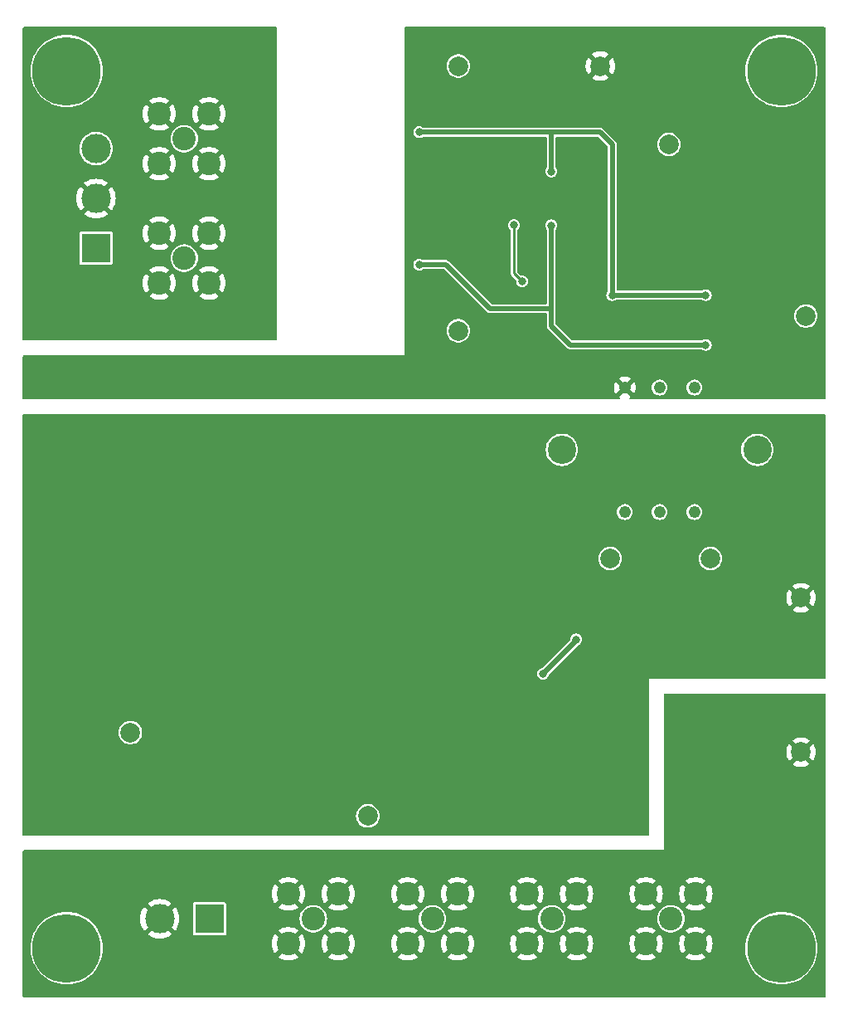
<source format=gbl>
%TF.GenerationSoftware,KiCad,Pcbnew,8.0.2-8.0.2-0~ubuntu22.04.1*%
%TF.CreationDate,2024-05-22T14:52:58-05:00*%
%TF.ProjectId,bias-supply,62696173-2d73-4757-9070-6c792e6b6963,0.1*%
%TF.SameCoordinates,Original*%
%TF.FileFunction,Copper,L2,Bot*%
%TF.FilePolarity,Positive*%
%FSLAX46Y46*%
G04 Gerber Fmt 4.6, Leading zero omitted, Abs format (unit mm)*
G04 Created by KiCad (PCBNEW 8.0.2-8.0.2-0~ubuntu22.04.1) date 2024-05-22 14:52:58*
%MOMM*%
%LPD*%
G01*
G04 APERTURE LIST*
%TA.AperFunction,ComponentPad*%
%ADD10C,7.000000*%
%TD*%
%TA.AperFunction,ComponentPad*%
%ADD11R,3.000000X3.000000*%
%TD*%
%TA.AperFunction,ComponentPad*%
%ADD12C,3.000000*%
%TD*%
%TA.AperFunction,ComponentPad*%
%ADD13C,2.000000*%
%TD*%
%TA.AperFunction,ComponentPad*%
%ADD14C,2.400000*%
%TD*%
%TA.AperFunction,ComponentPad*%
%ADD15C,1.214000*%
%TD*%
%TA.AperFunction,ComponentPad*%
%ADD16C,2.891000*%
%TD*%
%TA.AperFunction,ViaPad*%
%ADD17C,0.800000*%
%TD*%
%TA.AperFunction,Conductor*%
%ADD18C,0.500000*%
%TD*%
%TA.AperFunction,Conductor*%
%ADD19C,0.250000*%
%TD*%
G04 APERTURE END LIST*
D10*
%TO.P,REF\u002A\u002A,1*%
%TO.N,N/C*%
X111000000Y-149500000D03*
%TD*%
D11*
%TO.P,J8,1,Pin_1*%
%TO.N,/BIAS*%
X125580000Y-146500000D03*
D12*
%TO.P,J8,2,Pin_2*%
%TO.N,/BIAS REF*%
X120500000Y-146500000D03*
%TD*%
D13*
%TO.P,REF,1*%
%TO.N,/BIAS REF*%
X186000000Y-129500000D03*
%TD*%
D10*
%TO.P,REF\u002A\u002A,1*%
%TO.N,N/C*%
X111000000Y-60000000D03*
%TD*%
D13*
%TO.P,SIN1,1*%
%TO.N,/SIN*%
X172500000Y-67500000D03*
%TD*%
D14*
%TO.P,J7,1*%
%TO.N,/BIAS*%
X136185000Y-146500000D03*
%TO.P,J7,2*%
%TO.N,/BIAS REF*%
X133645000Y-143960000D03*
%TO.P,J7,3*%
X133645000Y-149040000D03*
%TO.P,J7,4*%
X138725000Y-149040000D03*
%TO.P,J7,5*%
X138725000Y-143960000D03*
%TD*%
D13*
%TO.P,GND,1*%
%TO.N,GND*%
X186000000Y-113750000D03*
%TD*%
D14*
%TO.P,J5,1*%
%TO.N,/BIAS*%
X160540000Y-146500000D03*
%TO.P,J5,2*%
%TO.N,/BIAS REF*%
X158000000Y-143960000D03*
%TO.P,J5,3*%
X158000000Y-149040000D03*
%TO.P,J5,4*%
X163080000Y-149040000D03*
%TO.P,J5,5*%
X163080000Y-143960000D03*
%TD*%
D10*
%TO.P,REF\u002A\u002A,1*%
%TO.N,N/C*%
X184000000Y-60000000D03*
%TD*%
D13*
%TO.P,-V,1*%
%TO.N,Net-(T1-PRI.-)*%
X176750000Y-109750000D03*
%TD*%
%TO.P,DC,1*%
%TO.N,/RECTIFIED DC*%
X117500000Y-127500000D03*
%TD*%
D14*
%TO.P,J4,1*%
%TO.N,/BIAS*%
X172717500Y-146500000D03*
%TO.P,J4,2*%
%TO.N,/BIAS REF*%
X170177500Y-143960000D03*
%TO.P,J4,3*%
X170177500Y-149040000D03*
%TO.P,J4,4*%
X175257500Y-149040000D03*
%TO.P,J4,5*%
X175257500Y-143960000D03*
%TD*%
D13*
%TO.P,-V,1*%
%TO.N,/-V*%
X151000000Y-59500000D03*
%TD*%
D14*
%TO.P,J2,1*%
%TO.N,/Power Input Filter - CMC/+Vin*%
X123000000Y-79089000D03*
%TO.P,J2,2*%
%TO.N,/REF*%
X120460000Y-76549000D03*
%TO.P,J2,3*%
X120460000Y-81629000D03*
%TO.P,J2,4*%
X125540000Y-81629000D03*
%TO.P,J2,5*%
X125540000Y-76549000D03*
%TD*%
D13*
%TO.P,REG,1*%
%TO.N,Net-(C23-Pad1)*%
X141750000Y-136000000D03*
%TD*%
D14*
%TO.P,J6,1*%
%TO.N,/BIAS*%
X148362500Y-146500000D03*
%TO.P,J6,2*%
%TO.N,/BIAS REF*%
X145822500Y-143960000D03*
%TO.P,J6,3*%
X145822500Y-149040000D03*
%TO.P,J6,4*%
X150902500Y-149040000D03*
%TO.P,J6,5*%
X150902500Y-143960000D03*
%TD*%
D13*
%TO.P,GND,1*%
%TO.N,GND*%
X165500000Y-59500000D03*
%TD*%
%TO.P,+V,1*%
%TO.N,/+V*%
X151000000Y-86500000D03*
%TD*%
%TO.P,+V,1*%
%TO.N,Net-(T1-PRI.+_1)*%
X166500000Y-109750000D03*
%TD*%
D10*
%TO.P,REF\u002A\u002A,1*%
%TO.N,N/C*%
X184000000Y-149500000D03*
%TD*%
D15*
%TO.P,T1,1,PRI.+_1*%
%TO.N,Net-(T1-PRI.+_1)*%
X168000000Y-105000000D03*
%TO.P,T1,2,PRI.+_2*%
%TO.N,Net-(JP5-A)*%
X171556000Y-105000000D03*
%TO.P,T1,3,PRI.-*%
%TO.N,Net-(T1-PRI.-)*%
X175112000Y-105000000D03*
%TO.P,T1,4,SEC.+_1*%
%TO.N,/POWER AMP OUT*%
X175112000Y-92300000D03*
%TO.P,T1,5,SEC.+_2*%
%TO.N,unconnected-(T1-SEC.+_2-Pad5)*%
X171556000Y-92300000D03*
%TO.P,T1,6,SEC.-*%
%TO.N,GND*%
X168000000Y-92300000D03*
D16*
%TO.P,T1,MH1,MH1*%
%TO.N,Net-(JP4-B)*%
X161574000Y-98650000D03*
%TO.P,T1,MH2,MH2*%
%TO.N,Net-(JP3-B)*%
X181538000Y-98650000D03*
%TD*%
D14*
%TO.P,J3,1*%
%TO.N,/Power Input Filter - CMC/-Vin*%
X123000000Y-66911000D03*
%TO.P,J3,2*%
%TO.N,/REF*%
X125540000Y-69451000D03*
%TO.P,J3,3*%
X125540000Y-64371000D03*
%TO.P,J3,4*%
X120460000Y-64371000D03*
%TO.P,J3,5*%
X120460000Y-69451000D03*
%TD*%
D13*
%TO.P,SIN2,1*%
%TO.N,/POWER AMP OUT*%
X186500000Y-85000000D03*
%TD*%
D11*
%TO.P,J1,1,Pin_1*%
%TO.N,/Power Input Filter - CMC/+Vin*%
X114000000Y-78080000D03*
D12*
%TO.P,J1,2,Pin_2*%
%TO.N,/REF*%
X114000000Y-73000000D03*
%TO.P,J1,3,Pin_3*%
%TO.N,/Power Input Filter - CMC/-Vin*%
X114000000Y-67920000D03*
%TD*%
D17*
%TO.N,/RECTIFIED DC*%
X159662500Y-121500000D03*
X163037500Y-118000000D03*
%TO.N,GND*%
X184000000Y-121000000D03*
X156500000Y-137000000D03*
X107500000Y-136000000D03*
X148500000Y-137000000D03*
X174000000Y-121000000D03*
X130500000Y-137000000D03*
X162500000Y-137000000D03*
X120500000Y-137000000D03*
X138500000Y-137000000D03*
X124500000Y-137000000D03*
X187500000Y-77500000D03*
X107500000Y-134000000D03*
X178500000Y-56500000D03*
X107500000Y-108000000D03*
X160500000Y-137000000D03*
X107500000Y-100000000D03*
X174500000Y-56500000D03*
X144500000Y-137000000D03*
X125000000Y-95750000D03*
X187500000Y-73500000D03*
X150500000Y-56500000D03*
X107500000Y-98000000D03*
X149500000Y-103500000D03*
X116500000Y-137000000D03*
X187500000Y-71500000D03*
X180000000Y-121000000D03*
X121000000Y-95750000D03*
X107500000Y-116000000D03*
X156500000Y-56500000D03*
X118500000Y-137000000D03*
X187500000Y-91500000D03*
X148000000Y-92750000D03*
X146500000Y-137000000D03*
X108500000Y-137000000D03*
X149500000Y-114500000D03*
X134500000Y-137000000D03*
X148000000Y-95750000D03*
X107500000Y-132000000D03*
X128000000Y-132000000D03*
X154500000Y-137000000D03*
X172500000Y-56500000D03*
X152000000Y-95750000D03*
X107500000Y-104000000D03*
X107500000Y-120000000D03*
X162500000Y-56500000D03*
X150500000Y-137000000D03*
X107500000Y-106000000D03*
X152000000Y-92750000D03*
X107500000Y-126000000D03*
X160500000Y-56500000D03*
X152500000Y-56500000D03*
X182000000Y-121000000D03*
X112500000Y-137000000D03*
X136500000Y-137000000D03*
X187500000Y-67500000D03*
X107500000Y-112000000D03*
X123500000Y-114500000D03*
X158500000Y-56500000D03*
X187500000Y-79500000D03*
X168500000Y-56500000D03*
X128500000Y-137000000D03*
X187500000Y-89500000D03*
X107500000Y-110000000D03*
X126500000Y-137000000D03*
X152500000Y-137000000D03*
X158500000Y-137000000D03*
X148500000Y-56500000D03*
X107500000Y-118000000D03*
X166500000Y-56500000D03*
X176500000Y-56500000D03*
X164500000Y-137000000D03*
X187500000Y-87500000D03*
X187500000Y-75500000D03*
X176000000Y-121000000D03*
X187500000Y-65500000D03*
X132500000Y-137000000D03*
X170500000Y-56500000D03*
X178000000Y-121000000D03*
X107500000Y-122000000D03*
X164500000Y-56500000D03*
X123500000Y-103500000D03*
X110500000Y-137000000D03*
X125000000Y-92750000D03*
X121000000Y-92750000D03*
X107500000Y-130000000D03*
X107500000Y-128000000D03*
X107500000Y-102000000D03*
X166500000Y-137000000D03*
X187500000Y-69500000D03*
X107500000Y-114000000D03*
X107500000Y-124000000D03*
X114500000Y-137000000D03*
X187500000Y-81500000D03*
X154500000Y-56500000D03*
%TO.N,Net-(U1-OUTA)*%
X156690000Y-75721348D03*
X157500000Y-81462500D03*
%TO.N,/+V*%
X160500000Y-75750000D03*
X176275000Y-87945000D03*
X147000000Y-79750000D03*
%TO.N,/-V*%
X160500000Y-70250000D03*
X147000000Y-66250000D03*
X176275000Y-82865000D03*
X166725000Y-82865000D03*
%TO.N,/REF*%
X107500000Y-69500000D03*
X107500000Y-79500000D03*
X107500000Y-71500000D03*
X107500000Y-85500000D03*
X107500000Y-77500000D03*
X107500000Y-67500000D03*
X126500000Y-56500000D03*
X118500000Y-56500000D03*
X130500000Y-56500000D03*
X107500000Y-65500000D03*
X122500000Y-56500000D03*
X107500000Y-73500000D03*
X116500000Y-56500000D03*
X107500000Y-83500000D03*
X107500000Y-81500000D03*
X128500000Y-56500000D03*
X107500000Y-75500000D03*
X120500000Y-56500000D03*
X124500000Y-56500000D03*
%TO.N,/BIAS REF*%
X124500000Y-153500000D03*
X176000000Y-124500000D03*
X107500000Y-141500000D03*
X118500000Y-140500000D03*
X174000000Y-131000000D03*
X150500000Y-140500000D03*
X187500000Y-145500000D03*
X187500000Y-137500000D03*
X160500000Y-140500000D03*
X170500000Y-153500000D03*
X122500000Y-153500000D03*
X172500000Y-140500000D03*
X154500000Y-140500000D03*
X170500000Y-140500000D03*
X174500000Y-153500000D03*
X110500000Y-140500000D03*
X126500000Y-153500000D03*
X128500000Y-140500000D03*
X114500000Y-140500000D03*
X142500000Y-140500000D03*
X107500000Y-143500000D03*
X164500000Y-140500000D03*
X164500000Y-153500000D03*
X112500000Y-140500000D03*
X178500000Y-140500000D03*
X156500000Y-140500000D03*
X187500000Y-139500000D03*
X174000000Y-124500000D03*
X146500000Y-153500000D03*
X130500000Y-153500000D03*
X116500000Y-140500000D03*
X154500000Y-153500000D03*
X187500000Y-133500000D03*
X187500000Y-135500000D03*
X166500000Y-153500000D03*
X178500000Y-153500000D03*
X140500000Y-153500000D03*
X180000000Y-124500000D03*
X144500000Y-153500000D03*
X156500000Y-153500000D03*
X132500000Y-140500000D03*
X132500000Y-153500000D03*
X168500000Y-153500000D03*
X136500000Y-140500000D03*
X160500000Y-153500000D03*
X158500000Y-140500000D03*
X174000000Y-128000000D03*
X177000000Y-131000000D03*
X162500000Y-140500000D03*
X120500000Y-153500000D03*
X178000000Y-124500000D03*
X116500000Y-153500000D03*
X166500000Y-140500000D03*
X140500000Y-140500000D03*
X136500000Y-153500000D03*
X158500000Y-153500000D03*
X128500000Y-153500000D03*
X184000000Y-124500000D03*
X168500000Y-140500000D03*
X138500000Y-140500000D03*
X174000000Y-134000000D03*
X182000000Y-124500000D03*
X172500000Y-153500000D03*
X124500000Y-140500000D03*
X118500000Y-153500000D03*
X122500000Y-140500000D03*
X152500000Y-140500000D03*
X146500000Y-140500000D03*
X174500000Y-140500000D03*
X178250000Y-127902600D03*
X150500000Y-153500000D03*
X148500000Y-153500000D03*
X108500000Y-140500000D03*
X142500000Y-153500000D03*
X148500000Y-140500000D03*
X180651500Y-134599998D03*
X187500000Y-143500000D03*
X120500000Y-140500000D03*
X107500000Y-145500000D03*
X126500000Y-140500000D03*
X162500000Y-153500000D03*
X134500000Y-140500000D03*
X187500000Y-141500000D03*
X138500000Y-153500000D03*
X176500000Y-140500000D03*
X134500000Y-153500000D03*
X177000000Y-137097400D03*
X174000000Y-137097400D03*
X177000000Y-134000000D03*
X144500000Y-140500000D03*
X176500000Y-153500000D03*
X152500000Y-153500000D03*
X130500000Y-140500000D03*
%TD*%
D18*
%TO.N,/RECTIFIED DC*%
X163037500Y-118000000D02*
X163037500Y-118125000D01*
X163037500Y-118125000D02*
X159662500Y-121500000D01*
D19*
%TO.N,Net-(U1-OUTA)*%
X156690000Y-80652500D02*
X157500000Y-81462500D01*
X156690000Y-75721348D02*
X156690000Y-80652500D01*
D18*
%TO.N,/+V*%
X160500000Y-84250000D02*
X160500000Y-79750000D01*
X160500000Y-86000000D02*
X160500000Y-84250000D01*
X149750000Y-79750000D02*
X154250000Y-84250000D01*
X162445000Y-87945000D02*
X176275000Y-87945000D01*
X160500000Y-79750000D02*
X160500000Y-75750000D01*
X162445000Y-87945000D02*
X160500000Y-86000000D01*
X147000000Y-79750000D02*
X149750000Y-79750000D01*
X154250000Y-84250000D02*
X160500000Y-84250000D01*
%TO.N,/-V*%
X166725000Y-67475000D02*
X165500000Y-66250000D01*
X160500000Y-66250000D02*
X154750000Y-66250000D01*
X176275000Y-82865000D02*
X166725000Y-82865000D01*
X165500000Y-66250000D02*
X160500000Y-66250000D01*
X147000000Y-66250000D02*
X154750000Y-66250000D01*
X160500000Y-66250000D02*
X160500000Y-70250000D01*
X166725000Y-76750000D02*
X166725000Y-67475000D01*
X166725000Y-82865000D02*
X166725000Y-76750000D01*
%TD*%
%TA.AperFunction,Conductor*%
%TO.N,/BIAS REF*%
G36*
X188443039Y-123519685D02*
G01*
X188488794Y-123572489D01*
X188500000Y-123624000D01*
X188500000Y-154376000D01*
X188480315Y-154443039D01*
X188427511Y-154488794D01*
X188376000Y-154500000D01*
X106624000Y-154500000D01*
X106556961Y-154480315D01*
X106511206Y-154427511D01*
X106500000Y-154376000D01*
X106500000Y-149499999D01*
X107294422Y-149499999D01*
X107294422Y-149500000D01*
X107314722Y-149887339D01*
X107332618Y-150000330D01*
X107375398Y-150270433D01*
X107470918Y-150626921D01*
X107475788Y-150645094D01*
X107614787Y-151007197D01*
X107790877Y-151352793D01*
X108002122Y-151678082D01*
X108002124Y-151678084D01*
X108246219Y-151979516D01*
X108520484Y-152253781D01*
X108520488Y-152253784D01*
X108821917Y-152497877D01*
X109147206Y-152709122D01*
X109147211Y-152709125D01*
X109492806Y-152885214D01*
X109854913Y-153024214D01*
X110229567Y-153124602D01*
X110612662Y-153185278D01*
X110978576Y-153204455D01*
X110999999Y-153205578D01*
X111000000Y-153205578D01*
X111000001Y-153205578D01*
X111020301Y-153204514D01*
X111387338Y-153185278D01*
X111770433Y-153124602D01*
X112145087Y-153024214D01*
X112507194Y-152885214D01*
X112852789Y-152709125D01*
X113178084Y-152497876D01*
X113479516Y-152253781D01*
X113753781Y-151979516D01*
X113997876Y-151678084D01*
X114209125Y-151352789D01*
X114385214Y-151007194D01*
X114524214Y-150645087D01*
X114624602Y-150270433D01*
X114685278Y-149887338D01*
X114705578Y-149500000D01*
X114685278Y-149112662D01*
X114673769Y-149039995D01*
X131940233Y-149039995D01*
X131940233Y-149040004D01*
X131959273Y-149294079D01*
X132015968Y-149542477D01*
X132015973Y-149542494D01*
X132109058Y-149779671D01*
X132109057Y-149779671D01*
X132236454Y-150000327D01*
X132236461Y-150000338D01*
X132278452Y-150052991D01*
X132278453Y-150052992D01*
X132929152Y-149402292D01*
X132936049Y-149418942D01*
X133023599Y-149549970D01*
X133135030Y-149661401D01*
X133266058Y-149748951D01*
X133282705Y-149755846D01*
X132631813Y-150406738D01*
X132792616Y-150516371D01*
X132792624Y-150516376D01*
X133022176Y-150626921D01*
X133022174Y-150626921D01*
X133265652Y-150702024D01*
X133265658Y-150702026D01*
X133517595Y-150739999D01*
X133517604Y-150740000D01*
X133772396Y-150740000D01*
X133772404Y-150739999D01*
X134024341Y-150702026D01*
X134024347Y-150702024D01*
X134267824Y-150626921D01*
X134497376Y-150516376D01*
X134497377Y-150516375D01*
X134658185Y-150406738D01*
X134007294Y-149755846D01*
X134023942Y-149748951D01*
X134154970Y-149661401D01*
X134266401Y-149549970D01*
X134353951Y-149418942D01*
X134360846Y-149402294D01*
X135011544Y-150052992D01*
X135011546Y-150052991D01*
X135053544Y-150000330D01*
X135180941Y-149779671D01*
X135274026Y-149542494D01*
X135274031Y-149542477D01*
X135330726Y-149294079D01*
X135349767Y-149040004D01*
X135349767Y-149039995D01*
X137020233Y-149039995D01*
X137020233Y-149040004D01*
X137039273Y-149294079D01*
X137095968Y-149542477D01*
X137095973Y-149542494D01*
X137189058Y-149779671D01*
X137189057Y-149779671D01*
X137316454Y-150000327D01*
X137316461Y-150000338D01*
X137358452Y-150052991D01*
X137358453Y-150052992D01*
X138009152Y-149402292D01*
X138016049Y-149418942D01*
X138103599Y-149549970D01*
X138215030Y-149661401D01*
X138346058Y-149748951D01*
X138362705Y-149755846D01*
X137711813Y-150406738D01*
X137872616Y-150516371D01*
X137872624Y-150516376D01*
X138102176Y-150626921D01*
X138102174Y-150626921D01*
X138345652Y-150702024D01*
X138345658Y-150702026D01*
X138597595Y-150739999D01*
X138597604Y-150740000D01*
X138852396Y-150740000D01*
X138852404Y-150739999D01*
X139104341Y-150702026D01*
X139104347Y-150702024D01*
X139347824Y-150626921D01*
X139577376Y-150516376D01*
X139577377Y-150516375D01*
X139738185Y-150406738D01*
X139087294Y-149755846D01*
X139103942Y-149748951D01*
X139234970Y-149661401D01*
X139346401Y-149549970D01*
X139433951Y-149418942D01*
X139440846Y-149402294D01*
X140091544Y-150052992D01*
X140091546Y-150052991D01*
X140133544Y-150000330D01*
X140260941Y-149779671D01*
X140354026Y-149542494D01*
X140354031Y-149542477D01*
X140410726Y-149294079D01*
X140429767Y-149040004D01*
X140429767Y-149039995D01*
X144117733Y-149039995D01*
X144117733Y-149040004D01*
X144136773Y-149294079D01*
X144193468Y-149542477D01*
X144193473Y-149542494D01*
X144286558Y-149779671D01*
X144286557Y-149779671D01*
X144413954Y-150000327D01*
X144413961Y-150000338D01*
X144455952Y-150052991D01*
X144455953Y-150052992D01*
X145106652Y-149402292D01*
X145113549Y-149418942D01*
X145201099Y-149549970D01*
X145312530Y-149661401D01*
X145443558Y-149748951D01*
X145460205Y-149755846D01*
X144809313Y-150406738D01*
X144970116Y-150516371D01*
X144970124Y-150516376D01*
X145199676Y-150626921D01*
X145199674Y-150626921D01*
X145443152Y-150702024D01*
X145443158Y-150702026D01*
X145695095Y-150739999D01*
X145695104Y-150740000D01*
X145949896Y-150740000D01*
X145949904Y-150739999D01*
X146201841Y-150702026D01*
X146201847Y-150702024D01*
X146445324Y-150626921D01*
X146674876Y-150516376D01*
X146674877Y-150516375D01*
X146835685Y-150406738D01*
X146184794Y-149755846D01*
X146201442Y-149748951D01*
X146332470Y-149661401D01*
X146443901Y-149549970D01*
X146531451Y-149418942D01*
X146538346Y-149402294D01*
X147189044Y-150052992D01*
X147189046Y-150052991D01*
X147231044Y-150000330D01*
X147358441Y-149779671D01*
X147451526Y-149542494D01*
X147451531Y-149542477D01*
X147508226Y-149294079D01*
X147527267Y-149040004D01*
X147527267Y-149039995D01*
X149197733Y-149039995D01*
X149197733Y-149040004D01*
X149216773Y-149294079D01*
X149273468Y-149542477D01*
X149273473Y-149542494D01*
X149366558Y-149779671D01*
X149366557Y-149779671D01*
X149493954Y-150000327D01*
X149493961Y-150000338D01*
X149535952Y-150052991D01*
X149535953Y-150052992D01*
X150186652Y-149402292D01*
X150193549Y-149418942D01*
X150281099Y-149549970D01*
X150392530Y-149661401D01*
X150523558Y-149748951D01*
X150540205Y-149755846D01*
X149889313Y-150406738D01*
X150050116Y-150516371D01*
X150050124Y-150516376D01*
X150279676Y-150626921D01*
X150279674Y-150626921D01*
X150523152Y-150702024D01*
X150523158Y-150702026D01*
X150775095Y-150739999D01*
X150775104Y-150740000D01*
X151029896Y-150740000D01*
X151029904Y-150739999D01*
X151281841Y-150702026D01*
X151281847Y-150702024D01*
X151525324Y-150626921D01*
X151754876Y-150516376D01*
X151754877Y-150516375D01*
X151915685Y-150406738D01*
X151264794Y-149755846D01*
X151281442Y-149748951D01*
X151412470Y-149661401D01*
X151523901Y-149549970D01*
X151611451Y-149418942D01*
X151618346Y-149402294D01*
X152269044Y-150052992D01*
X152269046Y-150052991D01*
X152311044Y-150000330D01*
X152438441Y-149779671D01*
X152531526Y-149542494D01*
X152531531Y-149542477D01*
X152588226Y-149294079D01*
X152607267Y-149040004D01*
X152607267Y-149039995D01*
X156295233Y-149039995D01*
X156295233Y-149040004D01*
X156314273Y-149294079D01*
X156370968Y-149542477D01*
X156370973Y-149542494D01*
X156464058Y-149779671D01*
X156464057Y-149779671D01*
X156591454Y-150000327D01*
X156591461Y-150000338D01*
X156633452Y-150052991D01*
X156633453Y-150052992D01*
X157284152Y-149402292D01*
X157291049Y-149418942D01*
X157378599Y-149549970D01*
X157490030Y-149661401D01*
X157621058Y-149748951D01*
X157637705Y-149755846D01*
X156986813Y-150406738D01*
X157147616Y-150516371D01*
X157147624Y-150516376D01*
X157377176Y-150626921D01*
X157377174Y-150626921D01*
X157620652Y-150702024D01*
X157620658Y-150702026D01*
X157872595Y-150739999D01*
X157872604Y-150740000D01*
X158127396Y-150740000D01*
X158127404Y-150739999D01*
X158379341Y-150702026D01*
X158379347Y-150702024D01*
X158622824Y-150626921D01*
X158852376Y-150516376D01*
X158852377Y-150516375D01*
X159013185Y-150406738D01*
X158362294Y-149755846D01*
X158378942Y-149748951D01*
X158509970Y-149661401D01*
X158621401Y-149549970D01*
X158708951Y-149418942D01*
X158715846Y-149402294D01*
X159366544Y-150052992D01*
X159366546Y-150052991D01*
X159408544Y-150000330D01*
X159535941Y-149779671D01*
X159629026Y-149542494D01*
X159629031Y-149542477D01*
X159685726Y-149294079D01*
X159704767Y-149040004D01*
X159704767Y-149039995D01*
X161375233Y-149039995D01*
X161375233Y-149040004D01*
X161394273Y-149294079D01*
X161450968Y-149542477D01*
X161450973Y-149542494D01*
X161544058Y-149779671D01*
X161544057Y-149779671D01*
X161671454Y-150000327D01*
X161671461Y-150000338D01*
X161713452Y-150052991D01*
X161713453Y-150052992D01*
X162364152Y-149402292D01*
X162371049Y-149418942D01*
X162458599Y-149549970D01*
X162570030Y-149661401D01*
X162701058Y-149748951D01*
X162717705Y-149755846D01*
X162066813Y-150406738D01*
X162227616Y-150516371D01*
X162227624Y-150516376D01*
X162457176Y-150626921D01*
X162457174Y-150626921D01*
X162700652Y-150702024D01*
X162700658Y-150702026D01*
X162952595Y-150739999D01*
X162952604Y-150740000D01*
X163207396Y-150740000D01*
X163207404Y-150739999D01*
X163459341Y-150702026D01*
X163459347Y-150702024D01*
X163702824Y-150626921D01*
X163932376Y-150516376D01*
X163932377Y-150516375D01*
X164093185Y-150406738D01*
X163442294Y-149755846D01*
X163458942Y-149748951D01*
X163589970Y-149661401D01*
X163701401Y-149549970D01*
X163788951Y-149418942D01*
X163795846Y-149402294D01*
X164446544Y-150052992D01*
X164446546Y-150052991D01*
X164488544Y-150000330D01*
X164615941Y-149779671D01*
X164709026Y-149542494D01*
X164709031Y-149542477D01*
X164765726Y-149294079D01*
X164784767Y-149040004D01*
X164784767Y-149039995D01*
X168472733Y-149039995D01*
X168472733Y-149040004D01*
X168491773Y-149294079D01*
X168548468Y-149542477D01*
X168548473Y-149542494D01*
X168641558Y-149779671D01*
X168641557Y-149779671D01*
X168768954Y-150000327D01*
X168768961Y-150000338D01*
X168810952Y-150052991D01*
X168810953Y-150052992D01*
X169461652Y-149402292D01*
X169468549Y-149418942D01*
X169556099Y-149549970D01*
X169667530Y-149661401D01*
X169798558Y-149748951D01*
X169815205Y-149755846D01*
X169164313Y-150406738D01*
X169325116Y-150516371D01*
X169325124Y-150516376D01*
X169554676Y-150626921D01*
X169554674Y-150626921D01*
X169798152Y-150702024D01*
X169798158Y-150702026D01*
X170050095Y-150739999D01*
X170050104Y-150740000D01*
X170304896Y-150740000D01*
X170304904Y-150739999D01*
X170556841Y-150702026D01*
X170556847Y-150702024D01*
X170800324Y-150626921D01*
X171029876Y-150516376D01*
X171029877Y-150516375D01*
X171190685Y-150406738D01*
X170539794Y-149755846D01*
X170556442Y-149748951D01*
X170687470Y-149661401D01*
X170798901Y-149549970D01*
X170886451Y-149418942D01*
X170893346Y-149402294D01*
X171544044Y-150052992D01*
X171544046Y-150052991D01*
X171586044Y-150000330D01*
X171713441Y-149779671D01*
X171806526Y-149542494D01*
X171806531Y-149542477D01*
X171863226Y-149294079D01*
X171882267Y-149040004D01*
X171882267Y-149039995D01*
X173552733Y-149039995D01*
X173552733Y-149040004D01*
X173571773Y-149294079D01*
X173628468Y-149542477D01*
X173628473Y-149542494D01*
X173721558Y-149779671D01*
X173721557Y-149779671D01*
X173848954Y-150000327D01*
X173848961Y-150000338D01*
X173890952Y-150052991D01*
X173890953Y-150052992D01*
X174541652Y-149402292D01*
X174548549Y-149418942D01*
X174636099Y-149549970D01*
X174747530Y-149661401D01*
X174878558Y-149748951D01*
X174895205Y-149755846D01*
X174244313Y-150406738D01*
X174405116Y-150516371D01*
X174405124Y-150516376D01*
X174634676Y-150626921D01*
X174634674Y-150626921D01*
X174878152Y-150702024D01*
X174878158Y-150702026D01*
X175130095Y-150739999D01*
X175130104Y-150740000D01*
X175384896Y-150740000D01*
X175384904Y-150739999D01*
X175636841Y-150702026D01*
X175636847Y-150702024D01*
X175880324Y-150626921D01*
X176109876Y-150516376D01*
X176109877Y-150516375D01*
X176270685Y-150406738D01*
X175619794Y-149755846D01*
X175636442Y-149748951D01*
X175767470Y-149661401D01*
X175878901Y-149549970D01*
X175966451Y-149418942D01*
X175973346Y-149402294D01*
X176624044Y-150052992D01*
X176624046Y-150052991D01*
X176666044Y-150000330D01*
X176793441Y-149779671D01*
X176886526Y-149542494D01*
X176886531Y-149542477D01*
X176896226Y-149499999D01*
X180294422Y-149499999D01*
X180294422Y-149500000D01*
X180314722Y-149887339D01*
X180332618Y-150000330D01*
X180375398Y-150270433D01*
X180470918Y-150626921D01*
X180475788Y-150645094D01*
X180614787Y-151007197D01*
X180790877Y-151352793D01*
X181002122Y-151678082D01*
X181002124Y-151678084D01*
X181246219Y-151979516D01*
X181520484Y-152253781D01*
X181520488Y-152253784D01*
X181821917Y-152497877D01*
X182147206Y-152709122D01*
X182147211Y-152709125D01*
X182492806Y-152885214D01*
X182854913Y-153024214D01*
X183229567Y-153124602D01*
X183612662Y-153185278D01*
X183978576Y-153204455D01*
X183999999Y-153205578D01*
X184000000Y-153205578D01*
X184000001Y-153205578D01*
X184020301Y-153204514D01*
X184387338Y-153185278D01*
X184770433Y-153124602D01*
X185145087Y-153024214D01*
X185507194Y-152885214D01*
X185852789Y-152709125D01*
X186178084Y-152497876D01*
X186479516Y-152253781D01*
X186753781Y-151979516D01*
X186997876Y-151678084D01*
X187209125Y-151352789D01*
X187385214Y-151007194D01*
X187524214Y-150645087D01*
X187624602Y-150270433D01*
X187685278Y-149887338D01*
X187705578Y-149500000D01*
X187685278Y-149112662D01*
X187624602Y-148729567D01*
X187524214Y-148354913D01*
X187385214Y-147992806D01*
X187209125Y-147647211D01*
X187154844Y-147563625D01*
X186997877Y-147321917D01*
X186753784Y-147020488D01*
X186753781Y-147020484D01*
X186479516Y-146746219D01*
X186178084Y-146502124D01*
X186178082Y-146502122D01*
X185852793Y-146290877D01*
X185507197Y-146114787D01*
X185145094Y-145975788D01*
X184993259Y-145935104D01*
X184770433Y-145875398D01*
X184770429Y-145875397D01*
X184770428Y-145875397D01*
X184387339Y-145814722D01*
X184000001Y-145794422D01*
X183999999Y-145794422D01*
X183612660Y-145814722D01*
X183229572Y-145875397D01*
X183229570Y-145875397D01*
X182854905Y-145975788D01*
X182492802Y-146114787D01*
X182147206Y-146290877D01*
X181821917Y-146502122D01*
X181520488Y-146746215D01*
X181520480Y-146746222D01*
X181246222Y-147020480D01*
X181246215Y-147020488D01*
X181002122Y-147321917D01*
X180790877Y-147647206D01*
X180614787Y-147992802D01*
X180475788Y-148354905D01*
X180375397Y-148729570D01*
X180375397Y-148729572D01*
X180314722Y-149112660D01*
X180294422Y-149499999D01*
X176896226Y-149499999D01*
X176943226Y-149294079D01*
X176962267Y-149040004D01*
X176962267Y-149039995D01*
X176943226Y-148785920D01*
X176886531Y-148537522D01*
X176886526Y-148537505D01*
X176793441Y-148300328D01*
X176793442Y-148300328D01*
X176666045Y-148079672D01*
X176624045Y-148027006D01*
X175973346Y-148677705D01*
X175966451Y-148661058D01*
X175878901Y-148530030D01*
X175767470Y-148418599D01*
X175636442Y-148331049D01*
X175619793Y-148324152D01*
X176270685Y-147673260D01*
X176109884Y-147563628D01*
X176109876Y-147563623D01*
X175880323Y-147453078D01*
X175880325Y-147453078D01*
X175636847Y-147377975D01*
X175636841Y-147377973D01*
X175384904Y-147340000D01*
X175130095Y-147340000D01*
X174878158Y-147377973D01*
X174878152Y-147377975D01*
X174634675Y-147453078D01*
X174405122Y-147563625D01*
X174405109Y-147563632D01*
X174244313Y-147673259D01*
X174895206Y-148324152D01*
X174878558Y-148331049D01*
X174747530Y-148418599D01*
X174636099Y-148530030D01*
X174548549Y-148661058D01*
X174541652Y-148677706D01*
X173890952Y-148027006D01*
X173848957Y-148079667D01*
X173721558Y-148300328D01*
X173628473Y-148537505D01*
X173628468Y-148537522D01*
X173571773Y-148785920D01*
X173552733Y-149039995D01*
X171882267Y-149039995D01*
X171863226Y-148785920D01*
X171806531Y-148537522D01*
X171806526Y-148537505D01*
X171713441Y-148300328D01*
X171713442Y-148300328D01*
X171586045Y-148079672D01*
X171544045Y-148027006D01*
X170893346Y-148677705D01*
X170886451Y-148661058D01*
X170798901Y-148530030D01*
X170687470Y-148418599D01*
X170556442Y-148331049D01*
X170539793Y-148324152D01*
X171190685Y-147673260D01*
X171029884Y-147563628D01*
X171029876Y-147563623D01*
X170800323Y-147453078D01*
X170800325Y-147453078D01*
X170556847Y-147377975D01*
X170556841Y-147377973D01*
X170304904Y-147340000D01*
X170050095Y-147340000D01*
X169798158Y-147377973D01*
X169798152Y-147377975D01*
X169554675Y-147453078D01*
X169325122Y-147563625D01*
X169325109Y-147563632D01*
X169164313Y-147673259D01*
X169815206Y-148324152D01*
X169798558Y-148331049D01*
X169667530Y-148418599D01*
X169556099Y-148530030D01*
X169468549Y-148661058D01*
X169461652Y-148677706D01*
X168810952Y-148027006D01*
X168768957Y-148079667D01*
X168641558Y-148300328D01*
X168548473Y-148537505D01*
X168548468Y-148537522D01*
X168491773Y-148785920D01*
X168472733Y-149039995D01*
X164784767Y-149039995D01*
X164765726Y-148785920D01*
X164709031Y-148537522D01*
X164709026Y-148537505D01*
X164615941Y-148300328D01*
X164615942Y-148300328D01*
X164488545Y-148079672D01*
X164446545Y-148027006D01*
X163795846Y-148677705D01*
X163788951Y-148661058D01*
X163701401Y-148530030D01*
X163589970Y-148418599D01*
X163458942Y-148331049D01*
X163442293Y-148324152D01*
X164093185Y-147673260D01*
X163932384Y-147563628D01*
X163932376Y-147563623D01*
X163702823Y-147453078D01*
X163702825Y-147453078D01*
X163459347Y-147377975D01*
X163459341Y-147377973D01*
X163207404Y-147340000D01*
X162952595Y-147340000D01*
X162700658Y-147377973D01*
X162700652Y-147377975D01*
X162457175Y-147453078D01*
X162227622Y-147563625D01*
X162227609Y-147563632D01*
X162066813Y-147673259D01*
X162717706Y-148324152D01*
X162701058Y-148331049D01*
X162570030Y-148418599D01*
X162458599Y-148530030D01*
X162371049Y-148661058D01*
X162364152Y-148677706D01*
X161713452Y-148027006D01*
X161671457Y-148079667D01*
X161544058Y-148300328D01*
X161450973Y-148537505D01*
X161450968Y-148537522D01*
X161394273Y-148785920D01*
X161375233Y-149039995D01*
X159704767Y-149039995D01*
X159685726Y-148785920D01*
X159629031Y-148537522D01*
X159629026Y-148537505D01*
X159535941Y-148300328D01*
X159535942Y-148300328D01*
X159408545Y-148079672D01*
X159366545Y-148027006D01*
X158715846Y-148677705D01*
X158708951Y-148661058D01*
X158621401Y-148530030D01*
X158509970Y-148418599D01*
X158378942Y-148331049D01*
X158362293Y-148324152D01*
X159013185Y-147673260D01*
X158852384Y-147563628D01*
X158852376Y-147563623D01*
X158622823Y-147453078D01*
X158622825Y-147453078D01*
X158379347Y-147377975D01*
X158379341Y-147377973D01*
X158127404Y-147340000D01*
X157872595Y-147340000D01*
X157620658Y-147377973D01*
X157620652Y-147377975D01*
X157377175Y-147453078D01*
X157147622Y-147563625D01*
X157147609Y-147563632D01*
X156986813Y-147673259D01*
X157637706Y-148324152D01*
X157621058Y-148331049D01*
X157490030Y-148418599D01*
X157378599Y-148530030D01*
X157291049Y-148661058D01*
X157284152Y-148677706D01*
X156633452Y-148027006D01*
X156591457Y-148079667D01*
X156464058Y-148300328D01*
X156370973Y-148537505D01*
X156370968Y-148537522D01*
X156314273Y-148785920D01*
X156295233Y-149039995D01*
X152607267Y-149039995D01*
X152588226Y-148785920D01*
X152531531Y-148537522D01*
X152531526Y-148537505D01*
X152438441Y-148300328D01*
X152438442Y-148300328D01*
X152311045Y-148079672D01*
X152269045Y-148027006D01*
X151618346Y-148677705D01*
X151611451Y-148661058D01*
X151523901Y-148530030D01*
X151412470Y-148418599D01*
X151281442Y-148331049D01*
X151264793Y-148324152D01*
X151915685Y-147673260D01*
X151754884Y-147563628D01*
X151754876Y-147563623D01*
X151525323Y-147453078D01*
X151525325Y-147453078D01*
X151281847Y-147377975D01*
X151281841Y-147377973D01*
X151029904Y-147340000D01*
X150775095Y-147340000D01*
X150523158Y-147377973D01*
X150523152Y-147377975D01*
X150279675Y-147453078D01*
X150050122Y-147563625D01*
X150050109Y-147563632D01*
X149889313Y-147673259D01*
X150540206Y-148324152D01*
X150523558Y-148331049D01*
X150392530Y-148418599D01*
X150281099Y-148530030D01*
X150193549Y-148661058D01*
X150186652Y-148677706D01*
X149535952Y-148027006D01*
X149493957Y-148079667D01*
X149366558Y-148300328D01*
X149273473Y-148537505D01*
X149273468Y-148537522D01*
X149216773Y-148785920D01*
X149197733Y-149039995D01*
X147527267Y-149039995D01*
X147508226Y-148785920D01*
X147451531Y-148537522D01*
X147451526Y-148537505D01*
X147358441Y-148300328D01*
X147358442Y-148300328D01*
X147231045Y-148079672D01*
X147189045Y-148027006D01*
X146538346Y-148677705D01*
X146531451Y-148661058D01*
X146443901Y-148530030D01*
X146332470Y-148418599D01*
X146201442Y-148331049D01*
X146184793Y-148324152D01*
X146835685Y-147673260D01*
X146674884Y-147563628D01*
X146674876Y-147563623D01*
X146445323Y-147453078D01*
X146445325Y-147453078D01*
X146201847Y-147377975D01*
X146201841Y-147377973D01*
X145949904Y-147340000D01*
X145695095Y-147340000D01*
X145443158Y-147377973D01*
X145443152Y-147377975D01*
X145199675Y-147453078D01*
X144970122Y-147563625D01*
X144970109Y-147563632D01*
X144809313Y-147673259D01*
X145460206Y-148324152D01*
X145443558Y-148331049D01*
X145312530Y-148418599D01*
X145201099Y-148530030D01*
X145113549Y-148661058D01*
X145106652Y-148677706D01*
X144455952Y-148027006D01*
X144413957Y-148079667D01*
X144286558Y-148300328D01*
X144193473Y-148537505D01*
X144193468Y-148537522D01*
X144136773Y-148785920D01*
X144117733Y-149039995D01*
X140429767Y-149039995D01*
X140410726Y-148785920D01*
X140354031Y-148537522D01*
X140354026Y-148537505D01*
X140260941Y-148300328D01*
X140260942Y-148300328D01*
X140133545Y-148079672D01*
X140091545Y-148027006D01*
X139440846Y-148677705D01*
X139433951Y-148661058D01*
X139346401Y-148530030D01*
X139234970Y-148418599D01*
X139103942Y-148331049D01*
X139087293Y-148324152D01*
X139738185Y-147673260D01*
X139577384Y-147563628D01*
X139577376Y-147563623D01*
X139347823Y-147453078D01*
X139347825Y-147453078D01*
X139104347Y-147377975D01*
X139104341Y-147377973D01*
X138852404Y-147340000D01*
X138597595Y-147340000D01*
X138345658Y-147377973D01*
X138345652Y-147377975D01*
X138102175Y-147453078D01*
X137872622Y-147563625D01*
X137872609Y-147563632D01*
X137711813Y-147673259D01*
X138362706Y-148324152D01*
X138346058Y-148331049D01*
X138215030Y-148418599D01*
X138103599Y-148530030D01*
X138016049Y-148661058D01*
X138009152Y-148677706D01*
X137358452Y-148027006D01*
X137316457Y-148079667D01*
X137189058Y-148300328D01*
X137095973Y-148537505D01*
X137095968Y-148537522D01*
X137039273Y-148785920D01*
X137020233Y-149039995D01*
X135349767Y-149039995D01*
X135330726Y-148785920D01*
X135274031Y-148537522D01*
X135274026Y-148537505D01*
X135180941Y-148300328D01*
X135180942Y-148300328D01*
X135053545Y-148079672D01*
X135011545Y-148027006D01*
X134360846Y-148677705D01*
X134353951Y-148661058D01*
X134266401Y-148530030D01*
X134154970Y-148418599D01*
X134023942Y-148331049D01*
X134007293Y-148324152D01*
X134658185Y-147673260D01*
X134497384Y-147563628D01*
X134497376Y-147563623D01*
X134267823Y-147453078D01*
X134267825Y-147453078D01*
X134024347Y-147377975D01*
X134024341Y-147377973D01*
X133772404Y-147340000D01*
X133517595Y-147340000D01*
X133265658Y-147377973D01*
X133265652Y-147377975D01*
X133022175Y-147453078D01*
X132792622Y-147563625D01*
X132792609Y-147563632D01*
X132631813Y-147673259D01*
X133282706Y-148324152D01*
X133266058Y-148331049D01*
X133135030Y-148418599D01*
X133023599Y-148530030D01*
X132936049Y-148661058D01*
X132929152Y-148677706D01*
X132278452Y-148027006D01*
X132236457Y-148079667D01*
X132109058Y-148300328D01*
X132015973Y-148537505D01*
X132015968Y-148537522D01*
X131959273Y-148785920D01*
X131940233Y-149039995D01*
X114673769Y-149039995D01*
X114624602Y-148729567D01*
X114524214Y-148354913D01*
X114385214Y-147992806D01*
X114209125Y-147647211D01*
X114154844Y-147563625D01*
X113997877Y-147321917D01*
X113753784Y-147020488D01*
X113753781Y-147020484D01*
X113479516Y-146746219D01*
X113178084Y-146502124D01*
X113178082Y-146502122D01*
X113174811Y-146499998D01*
X118494891Y-146499998D01*
X118494891Y-146500001D01*
X118515300Y-146785362D01*
X118576109Y-147064895D01*
X118676091Y-147332958D01*
X118813191Y-147584038D01*
X118813196Y-147584046D01*
X118919882Y-147726561D01*
X118919883Y-147726562D01*
X119814767Y-146831677D01*
X119826497Y-146859995D01*
X119909670Y-146984472D01*
X120015528Y-147090330D01*
X120140005Y-147173503D01*
X120168320Y-147185231D01*
X119273436Y-148080115D01*
X119415960Y-148186807D01*
X119415961Y-148186808D01*
X119667042Y-148323908D01*
X119667041Y-148323908D01*
X119935104Y-148423890D01*
X120214637Y-148484699D01*
X120499999Y-148505109D01*
X120500001Y-148505109D01*
X120785362Y-148484699D01*
X121064895Y-148423890D01*
X121332958Y-148323908D01*
X121584047Y-148186803D01*
X121726561Y-148080116D01*
X121726562Y-148080115D01*
X120831679Y-147185231D01*
X120859995Y-147173503D01*
X120984472Y-147090330D01*
X121090330Y-146984472D01*
X121173503Y-146859995D01*
X121185231Y-146831678D01*
X122080115Y-147726562D01*
X122080116Y-147726561D01*
X122186803Y-147584047D01*
X122323908Y-147332958D01*
X122423890Y-147064895D01*
X122484699Y-146785362D01*
X122505109Y-146500001D01*
X122505109Y-146499998D01*
X122484699Y-146214637D01*
X122423890Y-145935104D01*
X122323908Y-145667041D01*
X122186808Y-145415961D01*
X122186807Y-145415960D01*
X122080115Y-145273436D01*
X121185231Y-146168320D01*
X121173503Y-146140005D01*
X121090330Y-146015528D01*
X120984472Y-145909670D01*
X120859995Y-145826497D01*
X120831678Y-145814767D01*
X121666198Y-144980247D01*
X123879500Y-144980247D01*
X123879500Y-148019752D01*
X123891131Y-148078229D01*
X123891132Y-148078230D01*
X123935447Y-148144552D01*
X124001769Y-148188867D01*
X124001770Y-148188868D01*
X124060247Y-148200499D01*
X124060250Y-148200500D01*
X124060252Y-148200500D01*
X127099750Y-148200500D01*
X127099751Y-148200499D01*
X127114568Y-148197552D01*
X127158229Y-148188868D01*
X127158229Y-148188867D01*
X127158231Y-148188867D01*
X127224552Y-148144552D01*
X127268867Y-148078231D01*
X127268867Y-148078229D01*
X127268868Y-148078229D01*
X127280499Y-148019752D01*
X127280500Y-148019750D01*
X127280500Y-146499993D01*
X134779700Y-146499993D01*
X134779700Y-146500006D01*
X134798864Y-146731297D01*
X134798866Y-146731308D01*
X134855842Y-146956300D01*
X134949075Y-147168848D01*
X135076016Y-147363147D01*
X135076019Y-147363151D01*
X135076021Y-147363153D01*
X135233216Y-147533913D01*
X135233219Y-147533915D01*
X135233222Y-147533918D01*
X135416365Y-147676464D01*
X135416371Y-147676468D01*
X135416374Y-147676470D01*
X135620497Y-147786936D01*
X135734487Y-147826068D01*
X135840015Y-147862297D01*
X135840017Y-147862297D01*
X135840019Y-147862298D01*
X136068951Y-147900500D01*
X136068952Y-147900500D01*
X136301048Y-147900500D01*
X136301049Y-147900500D01*
X136529981Y-147862298D01*
X136749503Y-147786936D01*
X136953626Y-147676470D01*
X137136784Y-147533913D01*
X137293979Y-147363153D01*
X137420924Y-147168849D01*
X137514157Y-146956300D01*
X137571134Y-146731305D01*
X137571135Y-146731297D01*
X137590300Y-146500006D01*
X137590300Y-146499993D01*
X146957200Y-146499993D01*
X146957200Y-146500006D01*
X146976364Y-146731297D01*
X146976366Y-146731308D01*
X147033342Y-146956300D01*
X147126575Y-147168848D01*
X147253516Y-147363147D01*
X147253519Y-147363151D01*
X147253521Y-147363153D01*
X147410716Y-147533913D01*
X147410719Y-147533915D01*
X147410722Y-147533918D01*
X147593865Y-147676464D01*
X147593871Y-147676468D01*
X147593874Y-147676470D01*
X147797997Y-147786936D01*
X147911987Y-147826068D01*
X148017515Y-147862297D01*
X148017517Y-147862297D01*
X148017519Y-147862298D01*
X148246451Y-147900500D01*
X148246452Y-147900500D01*
X148478548Y-147900500D01*
X148478549Y-147900500D01*
X148707481Y-147862298D01*
X148927003Y-147786936D01*
X149131126Y-147676470D01*
X149314284Y-147533913D01*
X149471479Y-147363153D01*
X149598424Y-147168849D01*
X149691657Y-146956300D01*
X149748634Y-146731305D01*
X149748635Y-146731297D01*
X149767800Y-146500006D01*
X149767800Y-146499993D01*
X159134700Y-146499993D01*
X159134700Y-146500006D01*
X159153864Y-146731297D01*
X159153866Y-146731308D01*
X159210842Y-146956300D01*
X159304075Y-147168848D01*
X159431016Y-147363147D01*
X159431019Y-147363151D01*
X159431021Y-147363153D01*
X159588216Y-147533913D01*
X159588219Y-147533915D01*
X159588222Y-147533918D01*
X159771365Y-147676464D01*
X159771371Y-147676468D01*
X159771374Y-147676470D01*
X159975497Y-147786936D01*
X160089487Y-147826068D01*
X160195015Y-147862297D01*
X160195017Y-147862297D01*
X160195019Y-147862298D01*
X160423951Y-147900500D01*
X160423952Y-147900500D01*
X160656048Y-147900500D01*
X160656049Y-147900500D01*
X160884981Y-147862298D01*
X161104503Y-147786936D01*
X161308626Y-147676470D01*
X161491784Y-147533913D01*
X161648979Y-147363153D01*
X161775924Y-147168849D01*
X161869157Y-146956300D01*
X161926134Y-146731305D01*
X161926135Y-146731297D01*
X161945300Y-146500006D01*
X161945300Y-146499993D01*
X171312200Y-146499993D01*
X171312200Y-146500006D01*
X171331364Y-146731297D01*
X171331366Y-146731308D01*
X171388342Y-146956300D01*
X171481575Y-147168848D01*
X171608516Y-147363147D01*
X171608519Y-147363151D01*
X171608521Y-147363153D01*
X171765716Y-147533913D01*
X171765719Y-147533915D01*
X171765722Y-147533918D01*
X171948865Y-147676464D01*
X171948871Y-147676468D01*
X171948874Y-147676470D01*
X172152997Y-147786936D01*
X172266987Y-147826068D01*
X172372515Y-147862297D01*
X172372517Y-147862297D01*
X172372519Y-147862298D01*
X172601451Y-147900500D01*
X172601452Y-147900500D01*
X172833548Y-147900500D01*
X172833549Y-147900500D01*
X173062481Y-147862298D01*
X173282003Y-147786936D01*
X173486126Y-147676470D01*
X173669284Y-147533913D01*
X173826479Y-147363153D01*
X173953424Y-147168849D01*
X174046657Y-146956300D01*
X174103634Y-146731305D01*
X174103635Y-146731297D01*
X174122800Y-146500006D01*
X174122800Y-146499993D01*
X174103635Y-146268702D01*
X174103633Y-146268691D01*
X174046657Y-146043699D01*
X173953424Y-145831151D01*
X173826483Y-145636852D01*
X173826480Y-145636849D01*
X173826479Y-145636847D01*
X173669284Y-145466087D01*
X173669279Y-145466083D01*
X173669277Y-145466081D01*
X173486134Y-145323535D01*
X173486128Y-145323531D01*
X173282004Y-145213064D01*
X173281995Y-145213061D01*
X173062484Y-145137702D01*
X172890782Y-145109050D01*
X172833549Y-145099500D01*
X172601451Y-145099500D01*
X172555664Y-145107140D01*
X172372515Y-145137702D01*
X172153004Y-145213061D01*
X172152995Y-145213064D01*
X171948871Y-145323531D01*
X171948865Y-145323535D01*
X171765722Y-145466081D01*
X171765719Y-145466084D01*
X171608516Y-145636852D01*
X171481575Y-145831151D01*
X171388342Y-146043699D01*
X171331366Y-146268691D01*
X171331364Y-146268702D01*
X171312200Y-146499993D01*
X161945300Y-146499993D01*
X161926135Y-146268702D01*
X161926133Y-146268691D01*
X161869157Y-146043699D01*
X161775924Y-145831151D01*
X161648983Y-145636852D01*
X161648980Y-145636849D01*
X161648979Y-145636847D01*
X161491784Y-145466087D01*
X161491779Y-145466083D01*
X161491777Y-145466081D01*
X161308634Y-145323535D01*
X161308628Y-145323531D01*
X161104504Y-145213064D01*
X161104495Y-145213061D01*
X160884984Y-145137702D01*
X160713282Y-145109050D01*
X160656049Y-145099500D01*
X160423951Y-145099500D01*
X160378164Y-145107140D01*
X160195015Y-145137702D01*
X159975504Y-145213061D01*
X159975495Y-145213064D01*
X159771371Y-145323531D01*
X159771365Y-145323535D01*
X159588222Y-145466081D01*
X159588219Y-145466084D01*
X159431016Y-145636852D01*
X159304075Y-145831151D01*
X159210842Y-146043699D01*
X159153866Y-146268691D01*
X159153864Y-146268702D01*
X159134700Y-146499993D01*
X149767800Y-146499993D01*
X149748635Y-146268702D01*
X149748633Y-146268691D01*
X149691657Y-146043699D01*
X149598424Y-145831151D01*
X149471483Y-145636852D01*
X149471480Y-145636849D01*
X149471479Y-145636847D01*
X149314284Y-145466087D01*
X149314279Y-145466083D01*
X149314277Y-145466081D01*
X149131134Y-145323535D01*
X149131128Y-145323531D01*
X148927004Y-145213064D01*
X148926995Y-145213061D01*
X148707484Y-145137702D01*
X148535782Y-145109050D01*
X148478549Y-145099500D01*
X148246451Y-145099500D01*
X148200664Y-145107140D01*
X148017515Y-145137702D01*
X147798004Y-145213061D01*
X147797995Y-145213064D01*
X147593871Y-145323531D01*
X147593865Y-145323535D01*
X147410722Y-145466081D01*
X147410719Y-145466084D01*
X147253516Y-145636852D01*
X147126575Y-145831151D01*
X147033342Y-146043699D01*
X146976366Y-146268691D01*
X146976364Y-146268702D01*
X146957200Y-146499993D01*
X137590300Y-146499993D01*
X137571135Y-146268702D01*
X137571133Y-146268691D01*
X137514157Y-146043699D01*
X137420924Y-145831151D01*
X137293983Y-145636852D01*
X137293980Y-145636849D01*
X137293979Y-145636847D01*
X137136784Y-145466087D01*
X137136779Y-145466083D01*
X137136777Y-145466081D01*
X136953634Y-145323535D01*
X136953628Y-145323531D01*
X136749504Y-145213064D01*
X136749495Y-145213061D01*
X136529984Y-145137702D01*
X136358282Y-145109050D01*
X136301049Y-145099500D01*
X136068951Y-145099500D01*
X136023164Y-145107140D01*
X135840015Y-145137702D01*
X135620504Y-145213061D01*
X135620495Y-145213064D01*
X135416371Y-145323531D01*
X135416365Y-145323535D01*
X135233222Y-145466081D01*
X135233219Y-145466084D01*
X135076016Y-145636852D01*
X134949075Y-145831151D01*
X134855842Y-146043699D01*
X134798866Y-146268691D01*
X134798864Y-146268702D01*
X134779700Y-146499993D01*
X127280500Y-146499993D01*
X127280500Y-144980249D01*
X127280499Y-144980247D01*
X127268868Y-144921770D01*
X127268867Y-144921769D01*
X127224552Y-144855447D01*
X127158230Y-144811132D01*
X127158229Y-144811131D01*
X127099752Y-144799500D01*
X127099748Y-144799500D01*
X124060252Y-144799500D01*
X124060247Y-144799500D01*
X124001770Y-144811131D01*
X124001769Y-144811132D01*
X123935447Y-144855447D01*
X123891132Y-144921769D01*
X123891131Y-144921770D01*
X123879500Y-144980247D01*
X121666198Y-144980247D01*
X121726562Y-144919883D01*
X121726561Y-144919882D01*
X121584046Y-144813196D01*
X121584038Y-144813191D01*
X121332957Y-144676091D01*
X121332958Y-144676091D01*
X121064895Y-144576109D01*
X120785362Y-144515300D01*
X120500001Y-144494891D01*
X120499999Y-144494891D01*
X120214637Y-144515300D01*
X119935104Y-144576109D01*
X119667041Y-144676091D01*
X119415961Y-144813191D01*
X119415953Y-144813196D01*
X119273437Y-144919882D01*
X119273436Y-144919883D01*
X120168321Y-145814767D01*
X120140005Y-145826497D01*
X120015528Y-145909670D01*
X119909670Y-146015528D01*
X119826497Y-146140005D01*
X119814768Y-146168321D01*
X118919883Y-145273436D01*
X118919882Y-145273437D01*
X118813196Y-145415953D01*
X118813191Y-145415961D01*
X118676091Y-145667041D01*
X118576109Y-145935104D01*
X118515300Y-146214637D01*
X118494891Y-146499998D01*
X113174811Y-146499998D01*
X112852793Y-146290877D01*
X112507197Y-146114787D01*
X112145094Y-145975788D01*
X111993259Y-145935104D01*
X111770433Y-145875398D01*
X111770429Y-145875397D01*
X111770428Y-145875397D01*
X111387339Y-145814722D01*
X111000001Y-145794422D01*
X110999999Y-145794422D01*
X110612660Y-145814722D01*
X110229572Y-145875397D01*
X110229570Y-145875397D01*
X109854905Y-145975788D01*
X109492802Y-146114787D01*
X109147206Y-146290877D01*
X108821917Y-146502122D01*
X108520488Y-146746215D01*
X108520480Y-146746222D01*
X108246222Y-147020480D01*
X108246215Y-147020488D01*
X108002122Y-147321917D01*
X107790877Y-147647206D01*
X107614787Y-147992802D01*
X107475788Y-148354905D01*
X107375397Y-148729570D01*
X107375397Y-148729572D01*
X107314722Y-149112660D01*
X107294422Y-149499999D01*
X106500000Y-149499999D01*
X106500000Y-143959995D01*
X131940233Y-143959995D01*
X131940233Y-143960004D01*
X131959273Y-144214079D01*
X132015968Y-144462477D01*
X132015973Y-144462494D01*
X132109058Y-144699671D01*
X132109057Y-144699671D01*
X132236454Y-144920327D01*
X132236461Y-144920338D01*
X132278452Y-144972991D01*
X132278453Y-144972992D01*
X132929152Y-144322292D01*
X132936049Y-144338942D01*
X133023599Y-144469970D01*
X133135030Y-144581401D01*
X133266058Y-144668951D01*
X133282705Y-144675846D01*
X132631813Y-145326738D01*
X132792616Y-145436371D01*
X132792624Y-145436376D01*
X133022176Y-145546921D01*
X133022174Y-145546921D01*
X133265652Y-145622024D01*
X133265658Y-145622026D01*
X133517595Y-145659999D01*
X133517604Y-145660000D01*
X133772396Y-145660000D01*
X133772404Y-145659999D01*
X134024341Y-145622026D01*
X134024347Y-145622024D01*
X134267824Y-145546921D01*
X134497376Y-145436376D01*
X134497377Y-145436375D01*
X134658185Y-145326738D01*
X134007294Y-144675846D01*
X134023942Y-144668951D01*
X134154970Y-144581401D01*
X134266401Y-144469970D01*
X134353951Y-144338942D01*
X134360846Y-144322294D01*
X135011544Y-144972992D01*
X135011546Y-144972991D01*
X135053544Y-144920330D01*
X135180941Y-144699671D01*
X135274026Y-144462494D01*
X135274031Y-144462477D01*
X135330726Y-144214079D01*
X135349767Y-143960004D01*
X135349767Y-143959995D01*
X137020233Y-143959995D01*
X137020233Y-143960004D01*
X137039273Y-144214079D01*
X137095968Y-144462477D01*
X137095973Y-144462494D01*
X137189058Y-144699671D01*
X137189057Y-144699671D01*
X137316454Y-144920327D01*
X137316461Y-144920338D01*
X137358452Y-144972991D01*
X137358453Y-144972992D01*
X138009152Y-144322292D01*
X138016049Y-144338942D01*
X138103599Y-144469970D01*
X138215030Y-144581401D01*
X138346058Y-144668951D01*
X138362705Y-144675846D01*
X137711813Y-145326738D01*
X137872616Y-145436371D01*
X137872624Y-145436376D01*
X138102176Y-145546921D01*
X138102174Y-145546921D01*
X138345652Y-145622024D01*
X138345658Y-145622026D01*
X138597595Y-145659999D01*
X138597604Y-145660000D01*
X138852396Y-145660000D01*
X138852404Y-145659999D01*
X139104341Y-145622026D01*
X139104347Y-145622024D01*
X139347824Y-145546921D01*
X139577376Y-145436376D01*
X139577377Y-145436375D01*
X139738185Y-145326738D01*
X139087294Y-144675846D01*
X139103942Y-144668951D01*
X139234970Y-144581401D01*
X139346401Y-144469970D01*
X139433951Y-144338942D01*
X139440846Y-144322294D01*
X140091544Y-144972992D01*
X140091546Y-144972991D01*
X140133544Y-144920330D01*
X140260941Y-144699671D01*
X140354026Y-144462494D01*
X140354031Y-144462477D01*
X140410726Y-144214079D01*
X140429767Y-143960004D01*
X140429767Y-143959995D01*
X144117733Y-143959995D01*
X144117733Y-143960004D01*
X144136773Y-144214079D01*
X144193468Y-144462477D01*
X144193473Y-144462494D01*
X144286558Y-144699671D01*
X144286557Y-144699671D01*
X144413954Y-144920327D01*
X144413961Y-144920338D01*
X144455952Y-144972991D01*
X144455953Y-144972992D01*
X145106652Y-144322292D01*
X145113549Y-144338942D01*
X145201099Y-144469970D01*
X145312530Y-144581401D01*
X145443558Y-144668951D01*
X145460205Y-144675846D01*
X144809313Y-145326738D01*
X144970116Y-145436371D01*
X144970124Y-145436376D01*
X145199676Y-145546921D01*
X145199674Y-145546921D01*
X145443152Y-145622024D01*
X145443158Y-145622026D01*
X145695095Y-145659999D01*
X145695104Y-145660000D01*
X145949896Y-145660000D01*
X145949904Y-145659999D01*
X146201841Y-145622026D01*
X146201847Y-145622024D01*
X146445324Y-145546921D01*
X146674876Y-145436376D01*
X146674877Y-145436375D01*
X146835685Y-145326738D01*
X146184794Y-144675846D01*
X146201442Y-144668951D01*
X146332470Y-144581401D01*
X146443901Y-144469970D01*
X146531451Y-144338942D01*
X146538346Y-144322294D01*
X147189044Y-144972992D01*
X147189046Y-144972991D01*
X147231044Y-144920330D01*
X147358441Y-144699671D01*
X147451526Y-144462494D01*
X147451531Y-144462477D01*
X147508226Y-144214079D01*
X147527267Y-143960004D01*
X147527267Y-143959995D01*
X149197733Y-143959995D01*
X149197733Y-143960004D01*
X149216773Y-144214079D01*
X149273468Y-144462477D01*
X149273473Y-144462494D01*
X149366558Y-144699671D01*
X149366557Y-144699671D01*
X149493954Y-144920327D01*
X149493961Y-144920338D01*
X149535952Y-144972991D01*
X149535953Y-144972992D01*
X150186652Y-144322292D01*
X150193549Y-144338942D01*
X150281099Y-144469970D01*
X150392530Y-144581401D01*
X150523558Y-144668951D01*
X150540205Y-144675846D01*
X149889313Y-145326738D01*
X150050116Y-145436371D01*
X150050124Y-145436376D01*
X150279676Y-145546921D01*
X150279674Y-145546921D01*
X150523152Y-145622024D01*
X150523158Y-145622026D01*
X150775095Y-145659999D01*
X150775104Y-145660000D01*
X151029896Y-145660000D01*
X151029904Y-145659999D01*
X151281841Y-145622026D01*
X151281847Y-145622024D01*
X151525324Y-145546921D01*
X151754876Y-145436376D01*
X151754877Y-145436375D01*
X151915685Y-145326738D01*
X151264794Y-144675846D01*
X151281442Y-144668951D01*
X151412470Y-144581401D01*
X151523901Y-144469970D01*
X151611451Y-144338942D01*
X151618346Y-144322294D01*
X152269044Y-144972992D01*
X152269046Y-144972991D01*
X152311044Y-144920330D01*
X152438441Y-144699671D01*
X152531526Y-144462494D01*
X152531531Y-144462477D01*
X152588226Y-144214079D01*
X152607267Y-143960004D01*
X152607267Y-143959995D01*
X156295233Y-143959995D01*
X156295233Y-143960004D01*
X156314273Y-144214079D01*
X156370968Y-144462477D01*
X156370973Y-144462494D01*
X156464058Y-144699671D01*
X156464057Y-144699671D01*
X156591454Y-144920327D01*
X156591461Y-144920338D01*
X156633452Y-144972991D01*
X156633453Y-144972992D01*
X157284152Y-144322292D01*
X157291049Y-144338942D01*
X157378599Y-144469970D01*
X157490030Y-144581401D01*
X157621058Y-144668951D01*
X157637705Y-144675846D01*
X156986813Y-145326738D01*
X157147616Y-145436371D01*
X157147624Y-145436376D01*
X157377176Y-145546921D01*
X157377174Y-145546921D01*
X157620652Y-145622024D01*
X157620658Y-145622026D01*
X157872595Y-145659999D01*
X157872604Y-145660000D01*
X158127396Y-145660000D01*
X158127404Y-145659999D01*
X158379341Y-145622026D01*
X158379347Y-145622024D01*
X158622824Y-145546921D01*
X158852376Y-145436376D01*
X158852377Y-145436375D01*
X159013185Y-145326738D01*
X158362294Y-144675846D01*
X158378942Y-144668951D01*
X158509970Y-144581401D01*
X158621401Y-144469970D01*
X158708951Y-144338942D01*
X158715846Y-144322294D01*
X159366544Y-144972992D01*
X159366546Y-144972991D01*
X159408544Y-144920330D01*
X159535941Y-144699671D01*
X159629026Y-144462494D01*
X159629031Y-144462477D01*
X159685726Y-144214079D01*
X159704767Y-143960004D01*
X159704767Y-143959995D01*
X161375233Y-143959995D01*
X161375233Y-143960004D01*
X161394273Y-144214079D01*
X161450968Y-144462477D01*
X161450973Y-144462494D01*
X161544058Y-144699671D01*
X161544057Y-144699671D01*
X161671454Y-144920327D01*
X161671461Y-144920338D01*
X161713452Y-144972991D01*
X161713453Y-144972992D01*
X162364152Y-144322292D01*
X162371049Y-144338942D01*
X162458599Y-144469970D01*
X162570030Y-144581401D01*
X162701058Y-144668951D01*
X162717705Y-144675846D01*
X162066813Y-145326738D01*
X162227616Y-145436371D01*
X162227624Y-145436376D01*
X162457176Y-145546921D01*
X162457174Y-145546921D01*
X162700652Y-145622024D01*
X162700658Y-145622026D01*
X162952595Y-145659999D01*
X162952604Y-145660000D01*
X163207396Y-145660000D01*
X163207404Y-145659999D01*
X163459341Y-145622026D01*
X163459347Y-145622024D01*
X163702824Y-145546921D01*
X163932376Y-145436376D01*
X163932377Y-145436375D01*
X164093185Y-145326738D01*
X163442294Y-144675846D01*
X163458942Y-144668951D01*
X163589970Y-144581401D01*
X163701401Y-144469970D01*
X163788951Y-144338942D01*
X163795846Y-144322294D01*
X164446544Y-144972992D01*
X164446546Y-144972991D01*
X164488544Y-144920330D01*
X164615941Y-144699671D01*
X164709026Y-144462494D01*
X164709031Y-144462477D01*
X164765726Y-144214079D01*
X164784767Y-143960004D01*
X164784767Y-143959995D01*
X168472733Y-143959995D01*
X168472733Y-143960004D01*
X168491773Y-144214079D01*
X168548468Y-144462477D01*
X168548473Y-144462494D01*
X168641558Y-144699671D01*
X168641557Y-144699671D01*
X168768954Y-144920327D01*
X168768961Y-144920338D01*
X168810952Y-144972991D01*
X168810953Y-144972992D01*
X169461652Y-144322292D01*
X169468549Y-144338942D01*
X169556099Y-144469970D01*
X169667530Y-144581401D01*
X169798558Y-144668951D01*
X169815205Y-144675846D01*
X169164313Y-145326738D01*
X169325116Y-145436371D01*
X169325124Y-145436376D01*
X169554676Y-145546921D01*
X169554674Y-145546921D01*
X169798152Y-145622024D01*
X169798158Y-145622026D01*
X170050095Y-145659999D01*
X170050104Y-145660000D01*
X170304896Y-145660000D01*
X170304904Y-145659999D01*
X170556841Y-145622026D01*
X170556847Y-145622024D01*
X170800324Y-145546921D01*
X171029876Y-145436376D01*
X171029877Y-145436375D01*
X171190685Y-145326738D01*
X170539794Y-144675846D01*
X170556442Y-144668951D01*
X170687470Y-144581401D01*
X170798901Y-144469970D01*
X170886451Y-144338942D01*
X170893346Y-144322294D01*
X171544044Y-144972992D01*
X171544046Y-144972991D01*
X171586044Y-144920330D01*
X171713441Y-144699671D01*
X171806526Y-144462494D01*
X171806531Y-144462477D01*
X171863226Y-144214079D01*
X171882267Y-143960004D01*
X171882267Y-143959995D01*
X173552733Y-143959995D01*
X173552733Y-143960004D01*
X173571773Y-144214079D01*
X173628468Y-144462477D01*
X173628473Y-144462494D01*
X173721558Y-144699671D01*
X173721557Y-144699671D01*
X173848954Y-144920327D01*
X173848961Y-144920338D01*
X173890952Y-144972991D01*
X173890953Y-144972992D01*
X174541652Y-144322292D01*
X174548549Y-144338942D01*
X174636099Y-144469970D01*
X174747530Y-144581401D01*
X174878558Y-144668951D01*
X174895205Y-144675846D01*
X174244313Y-145326738D01*
X174405116Y-145436371D01*
X174405124Y-145436376D01*
X174634676Y-145546921D01*
X174634674Y-145546921D01*
X174878152Y-145622024D01*
X174878158Y-145622026D01*
X175130095Y-145659999D01*
X175130104Y-145660000D01*
X175384896Y-145660000D01*
X175384904Y-145659999D01*
X175636841Y-145622026D01*
X175636847Y-145622024D01*
X175880324Y-145546921D01*
X176109876Y-145436376D01*
X176109877Y-145436375D01*
X176270685Y-145326738D01*
X175619794Y-144675846D01*
X175636442Y-144668951D01*
X175767470Y-144581401D01*
X175878901Y-144469970D01*
X175966451Y-144338942D01*
X175973346Y-144322294D01*
X176624044Y-144972992D01*
X176624046Y-144972991D01*
X176666044Y-144920330D01*
X176793441Y-144699671D01*
X176886526Y-144462494D01*
X176886531Y-144462477D01*
X176943226Y-144214079D01*
X176962267Y-143960004D01*
X176962267Y-143959995D01*
X176943226Y-143705920D01*
X176886531Y-143457522D01*
X176886526Y-143457505D01*
X176793441Y-143220328D01*
X176793442Y-143220328D01*
X176666045Y-142999672D01*
X176624045Y-142947006D01*
X175973346Y-143597705D01*
X175966451Y-143581058D01*
X175878901Y-143450030D01*
X175767470Y-143338599D01*
X175636442Y-143251049D01*
X175619793Y-143244152D01*
X176270685Y-142593260D01*
X176109884Y-142483628D01*
X176109876Y-142483623D01*
X175880323Y-142373078D01*
X175880325Y-142373078D01*
X175636847Y-142297975D01*
X175636841Y-142297973D01*
X175384904Y-142260000D01*
X175130095Y-142260000D01*
X174878158Y-142297973D01*
X174878152Y-142297975D01*
X174634675Y-142373078D01*
X174405122Y-142483625D01*
X174405109Y-142483632D01*
X174244313Y-142593259D01*
X174895206Y-143244152D01*
X174878558Y-143251049D01*
X174747530Y-143338599D01*
X174636099Y-143450030D01*
X174548549Y-143581058D01*
X174541652Y-143597706D01*
X173890952Y-142947006D01*
X173848957Y-142999667D01*
X173721558Y-143220328D01*
X173628473Y-143457505D01*
X173628468Y-143457522D01*
X173571773Y-143705920D01*
X173552733Y-143959995D01*
X171882267Y-143959995D01*
X171863226Y-143705920D01*
X171806531Y-143457522D01*
X171806526Y-143457505D01*
X171713441Y-143220328D01*
X171713442Y-143220328D01*
X171586045Y-142999672D01*
X171544045Y-142947006D01*
X170893346Y-143597705D01*
X170886451Y-143581058D01*
X170798901Y-143450030D01*
X170687470Y-143338599D01*
X170556442Y-143251049D01*
X170539793Y-143244152D01*
X171190685Y-142593260D01*
X171029884Y-142483628D01*
X171029876Y-142483623D01*
X170800323Y-142373078D01*
X170800325Y-142373078D01*
X170556847Y-142297975D01*
X170556841Y-142297973D01*
X170304904Y-142260000D01*
X170050095Y-142260000D01*
X169798158Y-142297973D01*
X169798152Y-142297975D01*
X169554675Y-142373078D01*
X169325122Y-142483625D01*
X169325109Y-142483632D01*
X169164313Y-142593259D01*
X169815206Y-143244152D01*
X169798558Y-143251049D01*
X169667530Y-143338599D01*
X169556099Y-143450030D01*
X169468549Y-143581058D01*
X169461652Y-143597706D01*
X168810952Y-142947006D01*
X168768957Y-142999667D01*
X168641558Y-143220328D01*
X168548473Y-143457505D01*
X168548468Y-143457522D01*
X168491773Y-143705920D01*
X168472733Y-143959995D01*
X164784767Y-143959995D01*
X164765726Y-143705920D01*
X164709031Y-143457522D01*
X164709026Y-143457505D01*
X164615941Y-143220328D01*
X164615942Y-143220328D01*
X164488545Y-142999672D01*
X164446545Y-142947006D01*
X163795846Y-143597705D01*
X163788951Y-143581058D01*
X163701401Y-143450030D01*
X163589970Y-143338599D01*
X163458942Y-143251049D01*
X163442293Y-143244152D01*
X164093185Y-142593260D01*
X163932384Y-142483628D01*
X163932376Y-142483623D01*
X163702823Y-142373078D01*
X163702825Y-142373078D01*
X163459347Y-142297975D01*
X163459341Y-142297973D01*
X163207404Y-142260000D01*
X162952595Y-142260000D01*
X162700658Y-142297973D01*
X162700652Y-142297975D01*
X162457175Y-142373078D01*
X162227622Y-142483625D01*
X162227609Y-142483632D01*
X162066813Y-142593259D01*
X162717706Y-143244152D01*
X162701058Y-143251049D01*
X162570030Y-143338599D01*
X162458599Y-143450030D01*
X162371049Y-143581058D01*
X162364152Y-143597706D01*
X161713452Y-142947006D01*
X161671457Y-142999667D01*
X161544058Y-143220328D01*
X161450973Y-143457505D01*
X161450968Y-143457522D01*
X161394273Y-143705920D01*
X161375233Y-143959995D01*
X159704767Y-143959995D01*
X159685726Y-143705920D01*
X159629031Y-143457522D01*
X159629026Y-143457505D01*
X159535941Y-143220328D01*
X159535942Y-143220328D01*
X159408545Y-142999672D01*
X159366545Y-142947006D01*
X158715846Y-143597705D01*
X158708951Y-143581058D01*
X158621401Y-143450030D01*
X158509970Y-143338599D01*
X158378942Y-143251049D01*
X158362293Y-143244152D01*
X159013185Y-142593260D01*
X158852384Y-142483628D01*
X158852376Y-142483623D01*
X158622823Y-142373078D01*
X158622825Y-142373078D01*
X158379347Y-142297975D01*
X158379341Y-142297973D01*
X158127404Y-142260000D01*
X157872595Y-142260000D01*
X157620658Y-142297973D01*
X157620652Y-142297975D01*
X157377175Y-142373078D01*
X157147622Y-142483625D01*
X157147609Y-142483632D01*
X156986813Y-142593259D01*
X157637706Y-143244152D01*
X157621058Y-143251049D01*
X157490030Y-143338599D01*
X157378599Y-143450030D01*
X157291049Y-143581058D01*
X157284152Y-143597706D01*
X156633452Y-142947006D01*
X156591457Y-142999667D01*
X156464058Y-143220328D01*
X156370973Y-143457505D01*
X156370968Y-143457522D01*
X156314273Y-143705920D01*
X156295233Y-143959995D01*
X152607267Y-143959995D01*
X152588226Y-143705920D01*
X152531531Y-143457522D01*
X152531526Y-143457505D01*
X152438441Y-143220328D01*
X152438442Y-143220328D01*
X152311045Y-142999672D01*
X152269045Y-142947006D01*
X151618346Y-143597705D01*
X151611451Y-143581058D01*
X151523901Y-143450030D01*
X151412470Y-143338599D01*
X151281442Y-143251049D01*
X151264793Y-143244152D01*
X151915685Y-142593260D01*
X151754884Y-142483628D01*
X151754876Y-142483623D01*
X151525323Y-142373078D01*
X151525325Y-142373078D01*
X151281847Y-142297975D01*
X151281841Y-142297973D01*
X151029904Y-142260000D01*
X150775095Y-142260000D01*
X150523158Y-142297973D01*
X150523152Y-142297975D01*
X150279675Y-142373078D01*
X150050122Y-142483625D01*
X150050109Y-142483632D01*
X149889313Y-142593259D01*
X150540206Y-143244152D01*
X150523558Y-143251049D01*
X150392530Y-143338599D01*
X150281099Y-143450030D01*
X150193549Y-143581058D01*
X150186652Y-143597706D01*
X149535952Y-142947006D01*
X149493957Y-142999667D01*
X149366558Y-143220328D01*
X149273473Y-143457505D01*
X149273468Y-143457522D01*
X149216773Y-143705920D01*
X149197733Y-143959995D01*
X147527267Y-143959995D01*
X147508226Y-143705920D01*
X147451531Y-143457522D01*
X147451526Y-143457505D01*
X147358441Y-143220328D01*
X147358442Y-143220328D01*
X147231045Y-142999672D01*
X147189045Y-142947006D01*
X146538346Y-143597705D01*
X146531451Y-143581058D01*
X146443901Y-143450030D01*
X146332470Y-143338599D01*
X146201442Y-143251049D01*
X146184793Y-143244152D01*
X146835685Y-142593260D01*
X146674884Y-142483628D01*
X146674876Y-142483623D01*
X146445323Y-142373078D01*
X146445325Y-142373078D01*
X146201847Y-142297975D01*
X146201841Y-142297973D01*
X145949904Y-142260000D01*
X145695095Y-142260000D01*
X145443158Y-142297973D01*
X145443152Y-142297975D01*
X145199675Y-142373078D01*
X144970122Y-142483625D01*
X144970109Y-142483632D01*
X144809313Y-142593259D01*
X145460206Y-143244152D01*
X145443558Y-143251049D01*
X145312530Y-143338599D01*
X145201099Y-143450030D01*
X145113549Y-143581058D01*
X145106652Y-143597706D01*
X144455952Y-142947006D01*
X144413957Y-142999667D01*
X144286558Y-143220328D01*
X144193473Y-143457505D01*
X144193468Y-143457522D01*
X144136773Y-143705920D01*
X144117733Y-143959995D01*
X140429767Y-143959995D01*
X140410726Y-143705920D01*
X140354031Y-143457522D01*
X140354026Y-143457505D01*
X140260941Y-143220328D01*
X140260942Y-143220328D01*
X140133545Y-142999672D01*
X140091545Y-142947006D01*
X139440846Y-143597705D01*
X139433951Y-143581058D01*
X139346401Y-143450030D01*
X139234970Y-143338599D01*
X139103942Y-143251049D01*
X139087293Y-143244152D01*
X139738185Y-142593260D01*
X139577384Y-142483628D01*
X139577376Y-142483623D01*
X139347823Y-142373078D01*
X139347825Y-142373078D01*
X139104347Y-142297975D01*
X139104341Y-142297973D01*
X138852404Y-142260000D01*
X138597595Y-142260000D01*
X138345658Y-142297973D01*
X138345652Y-142297975D01*
X138102175Y-142373078D01*
X137872622Y-142483625D01*
X137872609Y-142483632D01*
X137711813Y-142593259D01*
X138362706Y-143244152D01*
X138346058Y-143251049D01*
X138215030Y-143338599D01*
X138103599Y-143450030D01*
X138016049Y-143581058D01*
X138009152Y-143597706D01*
X137358452Y-142947006D01*
X137316457Y-142999667D01*
X137189058Y-143220328D01*
X137095973Y-143457505D01*
X137095968Y-143457522D01*
X137039273Y-143705920D01*
X137020233Y-143959995D01*
X135349767Y-143959995D01*
X135330726Y-143705920D01*
X135274031Y-143457522D01*
X135274026Y-143457505D01*
X135180941Y-143220328D01*
X135180942Y-143220328D01*
X135053545Y-142999672D01*
X135011545Y-142947006D01*
X134360846Y-143597705D01*
X134353951Y-143581058D01*
X134266401Y-143450030D01*
X134154970Y-143338599D01*
X134023942Y-143251049D01*
X134007293Y-143244152D01*
X134658185Y-142593260D01*
X134497384Y-142483628D01*
X134497376Y-142483623D01*
X134267823Y-142373078D01*
X134267825Y-142373078D01*
X134024347Y-142297975D01*
X134024341Y-142297973D01*
X133772404Y-142260000D01*
X133517595Y-142260000D01*
X133265658Y-142297973D01*
X133265652Y-142297975D01*
X133022175Y-142373078D01*
X132792622Y-142483625D01*
X132792609Y-142483632D01*
X132631813Y-142593259D01*
X133282706Y-143244152D01*
X133266058Y-143251049D01*
X133135030Y-143338599D01*
X133023599Y-143450030D01*
X132936049Y-143581058D01*
X132929152Y-143597706D01*
X132278452Y-142947006D01*
X132236457Y-142999667D01*
X132109058Y-143220328D01*
X132015973Y-143457505D01*
X132015968Y-143457522D01*
X131959273Y-143705920D01*
X131940233Y-143959995D01*
X106500000Y-143959995D01*
X106500000Y-139624000D01*
X106519685Y-139556961D01*
X106572489Y-139511206D01*
X106624000Y-139500000D01*
X172000000Y-139500000D01*
X172000000Y-129499994D01*
X184494859Y-129499994D01*
X184494859Y-129500005D01*
X184515385Y-129747729D01*
X184515387Y-129747738D01*
X184576412Y-129988717D01*
X184676266Y-130216364D01*
X184776564Y-130369882D01*
X185517037Y-129629409D01*
X185534075Y-129692993D01*
X185599901Y-129807007D01*
X185692993Y-129900099D01*
X185807007Y-129965925D01*
X185870590Y-129982962D01*
X185129942Y-130723609D01*
X185176768Y-130760055D01*
X185176770Y-130760056D01*
X185395385Y-130878364D01*
X185395396Y-130878369D01*
X185630506Y-130959083D01*
X185875707Y-131000000D01*
X186124293Y-131000000D01*
X186369493Y-130959083D01*
X186604603Y-130878369D01*
X186604614Y-130878364D01*
X186823228Y-130760057D01*
X186823231Y-130760055D01*
X186870056Y-130723609D01*
X186129409Y-129982962D01*
X186192993Y-129965925D01*
X186307007Y-129900099D01*
X186400099Y-129807007D01*
X186465925Y-129692993D01*
X186482962Y-129629410D01*
X187223434Y-130369882D01*
X187323731Y-130216369D01*
X187423587Y-129988717D01*
X187484612Y-129747738D01*
X187484614Y-129747729D01*
X187505141Y-129500005D01*
X187505141Y-129499994D01*
X187484614Y-129252270D01*
X187484612Y-129252261D01*
X187423587Y-129011282D01*
X187323731Y-128783630D01*
X187223434Y-128630116D01*
X186482962Y-129370589D01*
X186465925Y-129307007D01*
X186400099Y-129192993D01*
X186307007Y-129099901D01*
X186192993Y-129034075D01*
X186129410Y-129017037D01*
X186870057Y-128276390D01*
X186870056Y-128276389D01*
X186823229Y-128239943D01*
X186604614Y-128121635D01*
X186604603Y-128121630D01*
X186369493Y-128040916D01*
X186124293Y-128000000D01*
X185875707Y-128000000D01*
X185630506Y-128040916D01*
X185395396Y-128121630D01*
X185395390Y-128121632D01*
X185176761Y-128239949D01*
X185129942Y-128276388D01*
X185129942Y-128276390D01*
X185870590Y-129017037D01*
X185807007Y-129034075D01*
X185692993Y-129099901D01*
X185599901Y-129192993D01*
X185534075Y-129307007D01*
X185517037Y-129370589D01*
X184776564Y-128630116D01*
X184676267Y-128783632D01*
X184576412Y-129011282D01*
X184515387Y-129252261D01*
X184515385Y-129252270D01*
X184494859Y-129499994D01*
X172000000Y-129499994D01*
X172000000Y-123624000D01*
X172019685Y-123556961D01*
X172072489Y-123511206D01*
X172124000Y-123500000D01*
X188376000Y-123500000D01*
X188443039Y-123519685D01*
G37*
%TD.AperFunction*%
%TD*%
%TA.AperFunction,Conductor*%
%TO.N,/REF*%
G36*
X132443039Y-55519685D02*
G01*
X132488794Y-55572489D01*
X132500000Y-55624000D01*
X132500000Y-87376000D01*
X132480315Y-87443039D01*
X132427511Y-87488794D01*
X132376000Y-87500000D01*
X106624000Y-87500000D01*
X106556961Y-87480315D01*
X106511206Y-87427511D01*
X106500000Y-87376000D01*
X106500000Y-81628995D01*
X118755233Y-81628995D01*
X118755233Y-81629004D01*
X118774273Y-81883079D01*
X118830968Y-82131477D01*
X118830973Y-82131494D01*
X118924058Y-82368671D01*
X118924057Y-82368671D01*
X119051454Y-82589327D01*
X119051461Y-82589338D01*
X119093452Y-82641991D01*
X119093453Y-82641992D01*
X119744152Y-81991292D01*
X119751049Y-82007942D01*
X119838599Y-82138970D01*
X119950030Y-82250401D01*
X120081058Y-82337951D01*
X120097705Y-82344846D01*
X119446813Y-82995738D01*
X119607616Y-83105371D01*
X119607624Y-83105376D01*
X119837176Y-83215921D01*
X119837174Y-83215921D01*
X120080652Y-83291024D01*
X120080658Y-83291026D01*
X120332595Y-83328999D01*
X120332604Y-83329000D01*
X120587396Y-83329000D01*
X120587404Y-83328999D01*
X120839341Y-83291026D01*
X120839347Y-83291024D01*
X121082824Y-83215921D01*
X121312376Y-83105376D01*
X121312377Y-83105375D01*
X121473185Y-82995738D01*
X120822294Y-82344846D01*
X120838942Y-82337951D01*
X120969970Y-82250401D01*
X121081401Y-82138970D01*
X121168951Y-82007942D01*
X121175846Y-81991294D01*
X121826544Y-82641992D01*
X121826546Y-82641991D01*
X121868544Y-82589330D01*
X121995941Y-82368671D01*
X122089026Y-82131494D01*
X122089031Y-82131477D01*
X122145726Y-81883079D01*
X122164767Y-81629004D01*
X122164767Y-81628995D01*
X123835233Y-81628995D01*
X123835233Y-81629004D01*
X123854273Y-81883079D01*
X123910968Y-82131477D01*
X123910973Y-82131494D01*
X124004058Y-82368671D01*
X124004057Y-82368671D01*
X124131454Y-82589327D01*
X124131461Y-82589338D01*
X124173452Y-82641991D01*
X124173453Y-82641992D01*
X124824152Y-81991292D01*
X124831049Y-82007942D01*
X124918599Y-82138970D01*
X125030030Y-82250401D01*
X125161058Y-82337951D01*
X125177705Y-82344846D01*
X124526813Y-82995738D01*
X124687616Y-83105371D01*
X124687624Y-83105376D01*
X124917176Y-83215921D01*
X124917174Y-83215921D01*
X125160652Y-83291024D01*
X125160658Y-83291026D01*
X125412595Y-83328999D01*
X125412604Y-83329000D01*
X125667396Y-83329000D01*
X125667404Y-83328999D01*
X125919341Y-83291026D01*
X125919347Y-83291024D01*
X126162824Y-83215921D01*
X126392376Y-83105376D01*
X126392377Y-83105375D01*
X126553185Y-82995738D01*
X125902294Y-82344846D01*
X125918942Y-82337951D01*
X126049970Y-82250401D01*
X126161401Y-82138970D01*
X126248951Y-82007942D01*
X126255846Y-81991294D01*
X126906544Y-82641992D01*
X126906546Y-82641991D01*
X126948544Y-82589330D01*
X127075941Y-82368671D01*
X127169026Y-82131494D01*
X127169031Y-82131477D01*
X127225726Y-81883079D01*
X127244767Y-81629004D01*
X127244767Y-81628995D01*
X127225726Y-81374920D01*
X127169031Y-81126522D01*
X127169026Y-81126505D01*
X127075941Y-80889328D01*
X127075942Y-80889328D01*
X126948545Y-80668672D01*
X126906545Y-80616006D01*
X126255846Y-81266705D01*
X126248951Y-81250058D01*
X126161401Y-81119030D01*
X126049970Y-81007599D01*
X125918942Y-80920049D01*
X125902293Y-80913152D01*
X126553185Y-80262260D01*
X126392384Y-80152628D01*
X126392376Y-80152623D01*
X126162823Y-80042078D01*
X126162825Y-80042078D01*
X125919347Y-79966975D01*
X125919341Y-79966973D01*
X125667404Y-79929000D01*
X125412595Y-79929000D01*
X125160658Y-79966973D01*
X125160652Y-79966975D01*
X124917175Y-80042078D01*
X124687622Y-80152625D01*
X124687609Y-80152632D01*
X124526813Y-80262259D01*
X125177706Y-80913152D01*
X125161058Y-80920049D01*
X125030030Y-81007599D01*
X124918599Y-81119030D01*
X124831049Y-81250058D01*
X124824152Y-81266706D01*
X124173452Y-80616006D01*
X124131457Y-80668667D01*
X124004058Y-80889328D01*
X123910973Y-81126505D01*
X123910968Y-81126522D01*
X123854273Y-81374920D01*
X123835233Y-81628995D01*
X122164767Y-81628995D01*
X122145726Y-81374920D01*
X122089031Y-81126522D01*
X122089026Y-81126505D01*
X121995941Y-80889328D01*
X121995942Y-80889328D01*
X121868545Y-80668672D01*
X121826545Y-80616006D01*
X121175846Y-81266705D01*
X121168951Y-81250058D01*
X121081401Y-81119030D01*
X120969970Y-81007599D01*
X120838942Y-80920049D01*
X120822293Y-80913152D01*
X121473185Y-80262260D01*
X121312384Y-80152628D01*
X121312376Y-80152623D01*
X121082823Y-80042078D01*
X121082825Y-80042078D01*
X120839347Y-79966975D01*
X120839341Y-79966973D01*
X120587404Y-79929000D01*
X120332595Y-79929000D01*
X120080658Y-79966973D01*
X120080652Y-79966975D01*
X119837175Y-80042078D01*
X119607622Y-80152625D01*
X119607609Y-80152632D01*
X119446813Y-80262259D01*
X120097706Y-80913152D01*
X120081058Y-80920049D01*
X119950030Y-81007599D01*
X119838599Y-81119030D01*
X119751049Y-81250058D01*
X119744152Y-81266706D01*
X119093452Y-80616006D01*
X119051457Y-80668667D01*
X118924058Y-80889328D01*
X118830973Y-81126505D01*
X118830968Y-81126522D01*
X118774273Y-81374920D01*
X118755233Y-81628995D01*
X106500000Y-81628995D01*
X106500000Y-76560247D01*
X112299500Y-76560247D01*
X112299500Y-79599752D01*
X112311131Y-79658229D01*
X112311132Y-79658230D01*
X112355447Y-79724552D01*
X112421769Y-79768867D01*
X112421770Y-79768868D01*
X112480247Y-79780499D01*
X112480250Y-79780500D01*
X112480252Y-79780500D01*
X115519750Y-79780500D01*
X115519751Y-79780499D01*
X115534568Y-79777552D01*
X115578229Y-79768868D01*
X115578229Y-79768867D01*
X115578231Y-79768867D01*
X115644552Y-79724552D01*
X115688867Y-79658231D01*
X115688867Y-79658229D01*
X115688868Y-79658229D01*
X115700499Y-79599752D01*
X115700500Y-79599750D01*
X115700500Y-79088993D01*
X121594700Y-79088993D01*
X121594700Y-79089006D01*
X121613864Y-79320297D01*
X121613866Y-79320308D01*
X121670842Y-79545300D01*
X121764075Y-79757848D01*
X121891016Y-79952147D01*
X121891019Y-79952151D01*
X121891021Y-79952153D01*
X122048216Y-80122913D01*
X122048219Y-80122915D01*
X122048222Y-80122918D01*
X122231365Y-80265464D01*
X122231371Y-80265468D01*
X122231374Y-80265470D01*
X122435497Y-80375936D01*
X122549487Y-80415068D01*
X122655015Y-80451297D01*
X122655017Y-80451297D01*
X122655019Y-80451298D01*
X122883951Y-80489500D01*
X122883952Y-80489500D01*
X123116048Y-80489500D01*
X123116049Y-80489500D01*
X123344981Y-80451298D01*
X123564503Y-80375936D01*
X123768626Y-80265470D01*
X123951784Y-80122913D01*
X124108979Y-79952153D01*
X124235924Y-79757849D01*
X124329157Y-79545300D01*
X124386134Y-79320305D01*
X124405300Y-79089000D01*
X124405300Y-79088993D01*
X124386135Y-78857702D01*
X124386133Y-78857691D01*
X124329157Y-78632699D01*
X124235924Y-78420151D01*
X124108983Y-78225852D01*
X124108980Y-78225849D01*
X124108979Y-78225847D01*
X123951784Y-78055087D01*
X123951779Y-78055083D01*
X123951777Y-78055081D01*
X123768634Y-77912535D01*
X123768628Y-77912531D01*
X123564504Y-77802064D01*
X123564495Y-77802061D01*
X123344984Y-77726702D01*
X123173282Y-77698050D01*
X123116049Y-77688500D01*
X122883951Y-77688500D01*
X122838164Y-77696140D01*
X122655015Y-77726702D01*
X122435504Y-77802061D01*
X122435495Y-77802064D01*
X122231371Y-77912531D01*
X122231365Y-77912535D01*
X122048222Y-78055081D01*
X122048219Y-78055084D01*
X121891016Y-78225852D01*
X121764075Y-78420151D01*
X121670842Y-78632699D01*
X121613866Y-78857691D01*
X121613864Y-78857702D01*
X121594700Y-79088993D01*
X115700500Y-79088993D01*
X115700500Y-76560249D01*
X115700499Y-76560247D01*
X115698261Y-76548995D01*
X118755233Y-76548995D01*
X118755233Y-76549004D01*
X118774273Y-76803079D01*
X118830968Y-77051477D01*
X118830973Y-77051494D01*
X118924058Y-77288671D01*
X118924057Y-77288671D01*
X119051454Y-77509327D01*
X119051461Y-77509338D01*
X119093452Y-77561991D01*
X119093453Y-77561992D01*
X119744152Y-76911292D01*
X119751049Y-76927942D01*
X119838599Y-77058970D01*
X119950030Y-77170401D01*
X120081058Y-77257951D01*
X120097705Y-77264846D01*
X119446813Y-77915738D01*
X119607616Y-78025371D01*
X119607624Y-78025376D01*
X119837176Y-78135921D01*
X119837174Y-78135921D01*
X120080652Y-78211024D01*
X120080658Y-78211026D01*
X120332595Y-78248999D01*
X120332604Y-78249000D01*
X120587396Y-78249000D01*
X120587404Y-78248999D01*
X120839341Y-78211026D01*
X120839347Y-78211024D01*
X121082824Y-78135921D01*
X121312376Y-78025376D01*
X121312377Y-78025375D01*
X121473185Y-77915738D01*
X120822294Y-77264846D01*
X120838942Y-77257951D01*
X120969970Y-77170401D01*
X121081401Y-77058970D01*
X121168951Y-76927942D01*
X121175846Y-76911294D01*
X121826544Y-77561992D01*
X121826546Y-77561991D01*
X121868544Y-77509330D01*
X121995941Y-77288671D01*
X122089026Y-77051494D01*
X122089031Y-77051477D01*
X122145726Y-76803079D01*
X122164767Y-76549004D01*
X122164767Y-76548995D01*
X123835233Y-76548995D01*
X123835233Y-76549004D01*
X123854273Y-76803079D01*
X123910968Y-77051477D01*
X123910973Y-77051494D01*
X124004058Y-77288671D01*
X124004057Y-77288671D01*
X124131454Y-77509327D01*
X124131461Y-77509338D01*
X124173452Y-77561991D01*
X124173453Y-77561992D01*
X124824152Y-76911292D01*
X124831049Y-76927942D01*
X124918599Y-77058970D01*
X125030030Y-77170401D01*
X125161058Y-77257951D01*
X125177705Y-77264846D01*
X124526813Y-77915738D01*
X124687616Y-78025371D01*
X124687624Y-78025376D01*
X124917176Y-78135921D01*
X124917174Y-78135921D01*
X125160652Y-78211024D01*
X125160658Y-78211026D01*
X125412595Y-78248999D01*
X125412604Y-78249000D01*
X125667396Y-78249000D01*
X125667404Y-78248999D01*
X125919341Y-78211026D01*
X125919347Y-78211024D01*
X126162824Y-78135921D01*
X126392376Y-78025376D01*
X126392377Y-78025375D01*
X126553185Y-77915738D01*
X125902294Y-77264846D01*
X125918942Y-77257951D01*
X126049970Y-77170401D01*
X126161401Y-77058970D01*
X126248951Y-76927942D01*
X126255846Y-76911294D01*
X126906544Y-77561992D01*
X126906546Y-77561991D01*
X126948544Y-77509330D01*
X127075941Y-77288671D01*
X127169026Y-77051494D01*
X127169031Y-77051477D01*
X127225726Y-76803079D01*
X127244767Y-76549004D01*
X127244767Y-76548995D01*
X127225726Y-76294920D01*
X127169031Y-76046522D01*
X127169026Y-76046505D01*
X127075941Y-75809328D01*
X127075942Y-75809328D01*
X126948545Y-75588672D01*
X126906545Y-75536006D01*
X126255846Y-76186705D01*
X126248951Y-76170058D01*
X126161401Y-76039030D01*
X126049970Y-75927599D01*
X125918942Y-75840049D01*
X125902293Y-75833152D01*
X126553185Y-75182260D01*
X126392384Y-75072628D01*
X126392376Y-75072623D01*
X126162823Y-74962078D01*
X126162825Y-74962078D01*
X125919347Y-74886975D01*
X125919341Y-74886973D01*
X125667404Y-74849000D01*
X125412595Y-74849000D01*
X125160658Y-74886973D01*
X125160652Y-74886975D01*
X124917175Y-74962078D01*
X124687622Y-75072625D01*
X124687609Y-75072632D01*
X124526813Y-75182259D01*
X125177706Y-75833152D01*
X125161058Y-75840049D01*
X125030030Y-75927599D01*
X124918599Y-76039030D01*
X124831049Y-76170058D01*
X124824152Y-76186706D01*
X124173452Y-75536006D01*
X124131457Y-75588667D01*
X124004058Y-75809328D01*
X123910973Y-76046505D01*
X123910968Y-76046522D01*
X123854273Y-76294920D01*
X123835233Y-76548995D01*
X122164767Y-76548995D01*
X122145726Y-76294920D01*
X122089031Y-76046522D01*
X122089026Y-76046505D01*
X121995941Y-75809328D01*
X121995942Y-75809328D01*
X121868545Y-75588672D01*
X121826545Y-75536006D01*
X121175846Y-76186705D01*
X121168951Y-76170058D01*
X121081401Y-76039030D01*
X120969970Y-75927599D01*
X120838942Y-75840049D01*
X120822293Y-75833152D01*
X121473185Y-75182260D01*
X121312384Y-75072628D01*
X121312376Y-75072623D01*
X121082823Y-74962078D01*
X121082825Y-74962078D01*
X120839347Y-74886975D01*
X120839341Y-74886973D01*
X120587404Y-74849000D01*
X120332595Y-74849000D01*
X120080658Y-74886973D01*
X120080652Y-74886975D01*
X119837175Y-74962078D01*
X119607622Y-75072625D01*
X119607609Y-75072632D01*
X119446813Y-75182259D01*
X120097706Y-75833152D01*
X120081058Y-75840049D01*
X119950030Y-75927599D01*
X119838599Y-76039030D01*
X119751049Y-76170058D01*
X119744152Y-76186706D01*
X119093452Y-75536006D01*
X119051457Y-75588667D01*
X118924058Y-75809328D01*
X118830973Y-76046505D01*
X118830968Y-76046522D01*
X118774273Y-76294920D01*
X118755233Y-76548995D01*
X115698261Y-76548995D01*
X115688868Y-76501770D01*
X115688867Y-76501769D01*
X115644552Y-76435447D01*
X115578230Y-76391132D01*
X115578229Y-76391131D01*
X115519752Y-76379500D01*
X115519748Y-76379500D01*
X112480252Y-76379500D01*
X112480247Y-76379500D01*
X112421770Y-76391131D01*
X112421769Y-76391132D01*
X112355447Y-76435447D01*
X112311132Y-76501769D01*
X112311131Y-76501770D01*
X112299500Y-76560247D01*
X106500000Y-76560247D01*
X106500000Y-72999998D01*
X111994891Y-72999998D01*
X111994891Y-73000001D01*
X112015300Y-73285362D01*
X112076109Y-73564895D01*
X112176091Y-73832958D01*
X112313191Y-74084038D01*
X112313196Y-74084046D01*
X112419882Y-74226561D01*
X112419883Y-74226562D01*
X113314767Y-73331677D01*
X113326497Y-73359995D01*
X113409670Y-73484472D01*
X113515528Y-73590330D01*
X113640005Y-73673503D01*
X113668320Y-73685231D01*
X112773436Y-74580115D01*
X112915960Y-74686807D01*
X112915961Y-74686808D01*
X113167042Y-74823908D01*
X113167041Y-74823908D01*
X113435104Y-74923890D01*
X113714637Y-74984699D01*
X113999999Y-75005109D01*
X114000001Y-75005109D01*
X114285362Y-74984699D01*
X114564895Y-74923890D01*
X114832958Y-74823908D01*
X115084047Y-74686803D01*
X115226561Y-74580116D01*
X115226562Y-74580115D01*
X114331679Y-73685231D01*
X114359995Y-73673503D01*
X114484472Y-73590330D01*
X114590330Y-73484472D01*
X114673503Y-73359995D01*
X114685231Y-73331678D01*
X115580115Y-74226562D01*
X115580116Y-74226561D01*
X115686803Y-74084047D01*
X115823908Y-73832958D01*
X115923890Y-73564895D01*
X115984699Y-73285362D01*
X116005109Y-73000001D01*
X116005109Y-72999998D01*
X115984699Y-72714637D01*
X115923890Y-72435104D01*
X115823908Y-72167041D01*
X115686808Y-71915961D01*
X115686807Y-71915960D01*
X115580115Y-71773436D01*
X114685231Y-72668320D01*
X114673503Y-72640005D01*
X114590330Y-72515528D01*
X114484472Y-72409670D01*
X114359995Y-72326497D01*
X114331678Y-72314767D01*
X115226562Y-71419883D01*
X115226561Y-71419882D01*
X115084046Y-71313196D01*
X115084038Y-71313191D01*
X114832957Y-71176091D01*
X114832958Y-71176091D01*
X114564895Y-71076109D01*
X114285362Y-71015300D01*
X114000001Y-70994891D01*
X113999999Y-70994891D01*
X113714637Y-71015300D01*
X113435104Y-71076109D01*
X113167041Y-71176091D01*
X112915961Y-71313191D01*
X112915953Y-71313196D01*
X112773437Y-71419882D01*
X112773436Y-71419883D01*
X113668321Y-72314767D01*
X113640005Y-72326497D01*
X113515528Y-72409670D01*
X113409670Y-72515528D01*
X113326497Y-72640005D01*
X113314768Y-72668321D01*
X112419883Y-71773436D01*
X112419882Y-71773437D01*
X112313196Y-71915953D01*
X112313191Y-71915961D01*
X112176091Y-72167041D01*
X112076109Y-72435104D01*
X112015300Y-72714637D01*
X111994891Y-72999998D01*
X106500000Y-72999998D01*
X106500000Y-67919995D01*
X112294732Y-67919995D01*
X112294732Y-67920004D01*
X112313777Y-68174154D01*
X112345125Y-68311500D01*
X112370492Y-68422637D01*
X112463607Y-68659888D01*
X112591041Y-68880612D01*
X112749950Y-69079877D01*
X112936783Y-69253232D01*
X113147366Y-69396805D01*
X113147371Y-69396807D01*
X113147372Y-69396808D01*
X113147373Y-69396809D01*
X113259893Y-69450995D01*
X113376992Y-69507387D01*
X113376993Y-69507387D01*
X113376996Y-69507389D01*
X113620542Y-69582513D01*
X113872565Y-69620500D01*
X114127435Y-69620500D01*
X114379458Y-69582513D01*
X114623004Y-69507389D01*
X114740107Y-69450995D01*
X118755233Y-69450995D01*
X118755233Y-69451004D01*
X118774273Y-69705079D01*
X118830968Y-69953477D01*
X118830973Y-69953494D01*
X118924058Y-70190671D01*
X118924057Y-70190671D01*
X119051454Y-70411327D01*
X119051461Y-70411338D01*
X119093452Y-70463991D01*
X119093453Y-70463992D01*
X119744152Y-69813292D01*
X119751049Y-69829942D01*
X119838599Y-69960970D01*
X119950030Y-70072401D01*
X120081058Y-70159951D01*
X120097705Y-70166846D01*
X119446813Y-70817738D01*
X119607616Y-70927371D01*
X119607624Y-70927376D01*
X119837176Y-71037921D01*
X119837174Y-71037921D01*
X120080652Y-71113024D01*
X120080658Y-71113026D01*
X120332595Y-71150999D01*
X120332604Y-71151000D01*
X120587396Y-71151000D01*
X120587404Y-71150999D01*
X120839341Y-71113026D01*
X120839347Y-71113024D01*
X121082824Y-71037921D01*
X121312376Y-70927376D01*
X121312377Y-70927375D01*
X121473185Y-70817738D01*
X120822294Y-70166846D01*
X120838942Y-70159951D01*
X120969970Y-70072401D01*
X121081401Y-69960970D01*
X121168951Y-69829942D01*
X121175846Y-69813294D01*
X121826544Y-70463992D01*
X121826546Y-70463991D01*
X121868544Y-70411330D01*
X121995941Y-70190671D01*
X122089026Y-69953494D01*
X122089031Y-69953477D01*
X122145726Y-69705079D01*
X122164767Y-69451004D01*
X122164767Y-69450995D01*
X123835233Y-69450995D01*
X123835233Y-69451004D01*
X123854273Y-69705079D01*
X123910968Y-69953477D01*
X123910973Y-69953494D01*
X124004058Y-70190671D01*
X124004057Y-70190671D01*
X124131454Y-70411327D01*
X124131461Y-70411338D01*
X124173452Y-70463991D01*
X124173453Y-70463992D01*
X124824152Y-69813292D01*
X124831049Y-69829942D01*
X124918599Y-69960970D01*
X125030030Y-70072401D01*
X125161058Y-70159951D01*
X125177705Y-70166846D01*
X124526813Y-70817738D01*
X124687616Y-70927371D01*
X124687624Y-70927376D01*
X124917176Y-71037921D01*
X124917174Y-71037921D01*
X125160652Y-71113024D01*
X125160658Y-71113026D01*
X125412595Y-71150999D01*
X125412604Y-71151000D01*
X125667396Y-71151000D01*
X125667404Y-71150999D01*
X125919341Y-71113026D01*
X125919347Y-71113024D01*
X126162824Y-71037921D01*
X126392376Y-70927376D01*
X126392377Y-70927375D01*
X126553185Y-70817738D01*
X125902294Y-70166846D01*
X125918942Y-70159951D01*
X126049970Y-70072401D01*
X126161401Y-69960970D01*
X126248951Y-69829942D01*
X126255846Y-69813294D01*
X126906544Y-70463992D01*
X126906546Y-70463991D01*
X126948544Y-70411330D01*
X127075941Y-70190671D01*
X127169026Y-69953494D01*
X127169031Y-69953477D01*
X127225726Y-69705079D01*
X127244767Y-69451004D01*
X127244767Y-69450995D01*
X127225726Y-69196920D01*
X127169031Y-68948522D01*
X127169026Y-68948505D01*
X127075941Y-68711328D01*
X127075942Y-68711328D01*
X126948545Y-68490672D01*
X126906545Y-68438006D01*
X126255846Y-69088705D01*
X126248951Y-69072058D01*
X126161401Y-68941030D01*
X126049970Y-68829599D01*
X125918942Y-68742049D01*
X125902293Y-68735152D01*
X126553185Y-68084260D01*
X126392384Y-67974628D01*
X126392376Y-67974623D01*
X126162823Y-67864078D01*
X126162825Y-67864078D01*
X125919347Y-67788975D01*
X125919341Y-67788973D01*
X125667404Y-67751000D01*
X125412595Y-67751000D01*
X125160658Y-67788973D01*
X125160652Y-67788975D01*
X124917175Y-67864078D01*
X124687622Y-67974625D01*
X124687609Y-67974632D01*
X124526813Y-68084259D01*
X125177706Y-68735152D01*
X125161058Y-68742049D01*
X125030030Y-68829599D01*
X124918599Y-68941030D01*
X124831049Y-69072058D01*
X124824152Y-69088706D01*
X124173452Y-68438006D01*
X124131457Y-68490667D01*
X124004058Y-68711328D01*
X123910973Y-68948505D01*
X123910968Y-68948522D01*
X123854273Y-69196920D01*
X123835233Y-69450995D01*
X122164767Y-69450995D01*
X122145726Y-69196920D01*
X122089031Y-68948522D01*
X122089026Y-68948505D01*
X121995941Y-68711328D01*
X121995942Y-68711328D01*
X121868545Y-68490672D01*
X121826545Y-68438006D01*
X121175846Y-69088705D01*
X121168951Y-69072058D01*
X121081401Y-68941030D01*
X120969970Y-68829599D01*
X120838942Y-68742049D01*
X120822293Y-68735152D01*
X121473185Y-68084260D01*
X121312384Y-67974628D01*
X121312376Y-67974623D01*
X121082823Y-67864078D01*
X121082825Y-67864078D01*
X120839347Y-67788975D01*
X120839341Y-67788973D01*
X120587404Y-67751000D01*
X120332595Y-67751000D01*
X120080658Y-67788973D01*
X120080652Y-67788975D01*
X119837175Y-67864078D01*
X119607622Y-67974625D01*
X119607609Y-67974632D01*
X119446813Y-68084259D01*
X120097706Y-68735152D01*
X120081058Y-68742049D01*
X119950030Y-68829599D01*
X119838599Y-68941030D01*
X119751049Y-69072058D01*
X119744152Y-69088706D01*
X119093452Y-68438006D01*
X119051457Y-68490667D01*
X118924058Y-68711328D01*
X118830973Y-68948505D01*
X118830968Y-68948522D01*
X118774273Y-69196920D01*
X118755233Y-69450995D01*
X114740107Y-69450995D01*
X114852634Y-69396805D01*
X115063217Y-69253232D01*
X115250050Y-69079877D01*
X115408959Y-68880612D01*
X115536393Y-68659888D01*
X115629508Y-68422637D01*
X115686222Y-68174157D01*
X115705268Y-67920000D01*
X115701077Y-67864078D01*
X115686222Y-67665845D01*
X115629509Y-67417369D01*
X115629508Y-67417363D01*
X115536393Y-67180112D01*
X115408959Y-66959388D01*
X115370365Y-66910993D01*
X121594700Y-66910993D01*
X121594700Y-66911006D01*
X121613864Y-67142297D01*
X121613866Y-67142308D01*
X121670842Y-67367300D01*
X121764075Y-67579848D01*
X121891016Y-67774147D01*
X121891019Y-67774151D01*
X121891021Y-67774153D01*
X122048216Y-67944913D01*
X122048219Y-67944915D01*
X122048222Y-67944918D01*
X122231365Y-68087464D01*
X122231371Y-68087468D01*
X122231374Y-68087470D01*
X122435497Y-68197936D01*
X122549487Y-68237068D01*
X122655015Y-68273297D01*
X122655017Y-68273297D01*
X122655019Y-68273298D01*
X122883951Y-68311500D01*
X122883952Y-68311500D01*
X123116048Y-68311500D01*
X123116049Y-68311500D01*
X123344981Y-68273298D01*
X123564503Y-68197936D01*
X123768626Y-68087470D01*
X123951784Y-67944913D01*
X124108979Y-67774153D01*
X124235924Y-67579849D01*
X124329157Y-67367300D01*
X124386134Y-67142305D01*
X124405300Y-66911000D01*
X124405300Y-66910993D01*
X124386135Y-66679702D01*
X124386133Y-66679691D01*
X124329157Y-66454699D01*
X124235924Y-66242151D01*
X124108983Y-66047852D01*
X124108980Y-66047849D01*
X124108979Y-66047847D01*
X123951784Y-65877087D01*
X123951779Y-65877083D01*
X123951777Y-65877081D01*
X123768634Y-65734535D01*
X123768628Y-65734531D01*
X123564504Y-65624064D01*
X123564495Y-65624061D01*
X123344984Y-65548702D01*
X123173282Y-65520050D01*
X123116049Y-65510500D01*
X122883951Y-65510500D01*
X122838164Y-65518140D01*
X122655015Y-65548702D01*
X122435504Y-65624061D01*
X122435495Y-65624064D01*
X122231371Y-65734531D01*
X122231365Y-65734535D01*
X122048222Y-65877081D01*
X122048219Y-65877084D01*
X121891016Y-66047852D01*
X121764075Y-66242151D01*
X121670842Y-66454699D01*
X121613866Y-66679691D01*
X121613864Y-66679702D01*
X121594700Y-66910993D01*
X115370365Y-66910993D01*
X115250050Y-66760123D01*
X115063217Y-66586768D01*
X114852634Y-66443195D01*
X114852630Y-66443193D01*
X114852627Y-66443191D01*
X114852626Y-66443190D01*
X114623006Y-66332612D01*
X114623008Y-66332612D01*
X114379466Y-66257489D01*
X114379462Y-66257488D01*
X114379458Y-66257487D01*
X114258231Y-66239214D01*
X114127440Y-66219500D01*
X114127435Y-66219500D01*
X113872565Y-66219500D01*
X113872559Y-66219500D01*
X113722288Y-66242151D01*
X113620542Y-66257487D01*
X113620539Y-66257488D01*
X113620533Y-66257489D01*
X113376992Y-66332612D01*
X113147373Y-66443190D01*
X113147372Y-66443191D01*
X112936782Y-66586768D01*
X112749952Y-66760121D01*
X112749950Y-66760123D01*
X112591041Y-66959388D01*
X112463608Y-67180109D01*
X112370492Y-67417362D01*
X112370490Y-67417369D01*
X112313777Y-67665845D01*
X112294732Y-67919995D01*
X106500000Y-67919995D01*
X106500000Y-64370995D01*
X118755233Y-64370995D01*
X118755233Y-64371004D01*
X118774273Y-64625079D01*
X118830968Y-64873477D01*
X118830973Y-64873494D01*
X118924058Y-65110671D01*
X118924057Y-65110671D01*
X119051454Y-65331327D01*
X119051461Y-65331338D01*
X119093452Y-65383991D01*
X119093453Y-65383992D01*
X119744152Y-64733292D01*
X119751049Y-64749942D01*
X119838599Y-64880970D01*
X119950030Y-64992401D01*
X120081058Y-65079951D01*
X120097705Y-65086846D01*
X119446813Y-65737738D01*
X119607616Y-65847371D01*
X119607624Y-65847376D01*
X119837176Y-65957921D01*
X119837174Y-65957921D01*
X120080652Y-66033024D01*
X120080658Y-66033026D01*
X120332595Y-66070999D01*
X120332604Y-66071000D01*
X120587396Y-66071000D01*
X120587404Y-66070999D01*
X120839341Y-66033026D01*
X120839347Y-66033024D01*
X121082824Y-65957921D01*
X121312376Y-65847376D01*
X121312377Y-65847375D01*
X121473185Y-65737738D01*
X120822294Y-65086846D01*
X120838942Y-65079951D01*
X120969970Y-64992401D01*
X121081401Y-64880970D01*
X121168951Y-64749942D01*
X121175846Y-64733294D01*
X121826544Y-65383992D01*
X121826546Y-65383991D01*
X121868544Y-65331330D01*
X121995941Y-65110671D01*
X122089026Y-64873494D01*
X122089031Y-64873477D01*
X122145726Y-64625079D01*
X122164767Y-64371004D01*
X122164767Y-64370995D01*
X123835233Y-64370995D01*
X123835233Y-64371004D01*
X123854273Y-64625079D01*
X123910968Y-64873477D01*
X123910973Y-64873494D01*
X124004058Y-65110671D01*
X124004057Y-65110671D01*
X124131454Y-65331327D01*
X124131461Y-65331338D01*
X124173452Y-65383991D01*
X124173453Y-65383992D01*
X124824152Y-64733292D01*
X124831049Y-64749942D01*
X124918599Y-64880970D01*
X125030030Y-64992401D01*
X125161058Y-65079951D01*
X125177705Y-65086846D01*
X124526813Y-65737738D01*
X124687616Y-65847371D01*
X124687624Y-65847376D01*
X124917176Y-65957921D01*
X124917174Y-65957921D01*
X125160652Y-66033024D01*
X125160658Y-66033026D01*
X125412595Y-66070999D01*
X125412604Y-66071000D01*
X125667396Y-66071000D01*
X125667404Y-66070999D01*
X125919341Y-66033026D01*
X125919347Y-66033024D01*
X126162824Y-65957921D01*
X126392376Y-65847376D01*
X126392377Y-65847375D01*
X126553185Y-65737738D01*
X125902294Y-65086846D01*
X125918942Y-65079951D01*
X126049970Y-64992401D01*
X126161401Y-64880970D01*
X126248951Y-64749942D01*
X126255846Y-64733294D01*
X126906544Y-65383992D01*
X126906546Y-65383991D01*
X126948544Y-65331330D01*
X127075941Y-65110671D01*
X127169026Y-64873494D01*
X127169031Y-64873477D01*
X127225726Y-64625079D01*
X127244767Y-64371004D01*
X127244767Y-64370995D01*
X127225726Y-64116920D01*
X127169031Y-63868522D01*
X127169026Y-63868505D01*
X127075941Y-63631328D01*
X127075942Y-63631328D01*
X126948545Y-63410672D01*
X126906545Y-63358006D01*
X126255846Y-64008705D01*
X126248951Y-63992058D01*
X126161401Y-63861030D01*
X126049970Y-63749599D01*
X125918942Y-63662049D01*
X125902293Y-63655152D01*
X126553185Y-63004260D01*
X126392384Y-62894628D01*
X126392376Y-62894623D01*
X126162823Y-62784078D01*
X126162825Y-62784078D01*
X125919347Y-62708975D01*
X125919341Y-62708973D01*
X125667404Y-62671000D01*
X125412595Y-62671000D01*
X125160658Y-62708973D01*
X125160652Y-62708975D01*
X124917175Y-62784078D01*
X124687622Y-62894625D01*
X124687609Y-62894632D01*
X124526813Y-63004259D01*
X125177706Y-63655152D01*
X125161058Y-63662049D01*
X125030030Y-63749599D01*
X124918599Y-63861030D01*
X124831049Y-63992058D01*
X124824152Y-64008706D01*
X124173452Y-63358006D01*
X124131457Y-63410667D01*
X124004058Y-63631328D01*
X123910973Y-63868505D01*
X123910968Y-63868522D01*
X123854273Y-64116920D01*
X123835233Y-64370995D01*
X122164767Y-64370995D01*
X122145726Y-64116920D01*
X122089031Y-63868522D01*
X122089026Y-63868505D01*
X121995941Y-63631328D01*
X121995942Y-63631328D01*
X121868545Y-63410672D01*
X121826545Y-63358006D01*
X121175846Y-64008705D01*
X121168951Y-63992058D01*
X121081401Y-63861030D01*
X120969970Y-63749599D01*
X120838942Y-63662049D01*
X120822293Y-63655152D01*
X121473185Y-63004260D01*
X121312384Y-62894628D01*
X121312376Y-62894623D01*
X121082823Y-62784078D01*
X121082825Y-62784078D01*
X120839347Y-62708975D01*
X120839341Y-62708973D01*
X120587404Y-62671000D01*
X120332595Y-62671000D01*
X120080658Y-62708973D01*
X120080652Y-62708975D01*
X119837175Y-62784078D01*
X119607622Y-62894625D01*
X119607609Y-62894632D01*
X119446813Y-63004259D01*
X120097706Y-63655152D01*
X120081058Y-63662049D01*
X119950030Y-63749599D01*
X119838599Y-63861030D01*
X119751049Y-63992058D01*
X119744152Y-64008706D01*
X119093452Y-63358006D01*
X119051457Y-63410667D01*
X118924058Y-63631328D01*
X118830973Y-63868505D01*
X118830968Y-63868522D01*
X118774273Y-64116920D01*
X118755233Y-64370995D01*
X106500000Y-64370995D01*
X106500000Y-59999999D01*
X107294422Y-59999999D01*
X107294422Y-60000000D01*
X107314722Y-60387339D01*
X107375397Y-60770427D01*
X107375397Y-60770429D01*
X107475788Y-61145094D01*
X107614787Y-61507197D01*
X107790877Y-61852793D01*
X108002122Y-62178082D01*
X108002124Y-62178084D01*
X108246219Y-62479516D01*
X108520484Y-62753781D01*
X108520488Y-62753784D01*
X108821917Y-62997877D01*
X108831746Y-63004260D01*
X109147211Y-63209125D01*
X109492806Y-63385214D01*
X109854913Y-63524214D01*
X110229567Y-63624602D01*
X110612662Y-63685278D01*
X110978576Y-63704455D01*
X110999999Y-63705578D01*
X111000000Y-63705578D01*
X111000001Y-63705578D01*
X111020301Y-63704514D01*
X111387338Y-63685278D01*
X111770433Y-63624602D01*
X112145087Y-63524214D01*
X112507194Y-63385214D01*
X112852789Y-63209125D01*
X113178084Y-62997876D01*
X113479516Y-62753781D01*
X113753781Y-62479516D01*
X113997876Y-62178084D01*
X114209125Y-61852789D01*
X114385214Y-61507194D01*
X114524214Y-61145087D01*
X114624602Y-60770433D01*
X114685278Y-60387338D01*
X114705578Y-60000000D01*
X114685278Y-59612662D01*
X114624602Y-59229567D01*
X114524214Y-58854913D01*
X114385214Y-58492806D01*
X114209125Y-58147211D01*
X113997876Y-57821916D01*
X113753781Y-57520484D01*
X113479516Y-57246219D01*
X113178084Y-57002124D01*
X113178082Y-57002122D01*
X112852793Y-56790877D01*
X112507197Y-56614787D01*
X112145094Y-56475788D01*
X112145087Y-56475786D01*
X111770433Y-56375398D01*
X111770429Y-56375397D01*
X111770428Y-56375397D01*
X111387339Y-56314722D01*
X111000001Y-56294422D01*
X110999999Y-56294422D01*
X110612660Y-56314722D01*
X110229572Y-56375397D01*
X110229570Y-56375397D01*
X109854905Y-56475788D01*
X109492802Y-56614787D01*
X109147206Y-56790877D01*
X108821917Y-57002122D01*
X108520488Y-57246215D01*
X108520480Y-57246222D01*
X108246222Y-57520480D01*
X108246215Y-57520488D01*
X108002122Y-57821917D01*
X107790877Y-58147206D01*
X107614787Y-58492802D01*
X107475788Y-58854905D01*
X107375397Y-59229570D01*
X107375397Y-59229572D01*
X107314722Y-59612660D01*
X107294422Y-59999999D01*
X106500000Y-59999999D01*
X106500000Y-55624000D01*
X106519685Y-55556961D01*
X106572489Y-55511206D01*
X106624000Y-55500000D01*
X132376000Y-55500000D01*
X132443039Y-55519685D01*
G37*
%TD.AperFunction*%
%TD*%
%TA.AperFunction,Conductor*%
%TO.N,GND*%
G36*
X188443039Y-55519685D02*
G01*
X188488794Y-55572489D01*
X188500000Y-55624000D01*
X188500000Y-93376000D01*
X188480315Y-93443039D01*
X188427511Y-93488794D01*
X188376000Y-93500000D01*
X168600583Y-93500000D01*
X168533544Y-93480315D01*
X168487789Y-93427511D01*
X168477845Y-93358353D01*
X168506870Y-93294797D01*
X168535305Y-93270573D01*
X168585772Y-93239324D01*
X168000448Y-92654000D01*
X168046605Y-92654000D01*
X168136639Y-92629876D01*
X168217361Y-92583271D01*
X168283271Y-92517361D01*
X168329876Y-92436639D01*
X168354000Y-92346605D01*
X168354000Y-92300448D01*
X168942461Y-92888909D01*
X168942463Y-92888909D01*
X168945220Y-92885258D01*
X168945223Y-92885254D01*
X169036668Y-92701610D01*
X169092812Y-92504279D01*
X169111741Y-92300000D01*
X169111741Y-92299996D01*
X170743390Y-92299996D01*
X170743390Y-92300003D01*
X170763762Y-92480817D01*
X170823863Y-92652577D01*
X170920676Y-92806654D01*
X171049346Y-92935324D01*
X171203422Y-93032136D01*
X171375177Y-93092236D01*
X171375180Y-93092236D01*
X171375182Y-93092237D01*
X171555996Y-93112610D01*
X171556000Y-93112610D01*
X171556004Y-93112610D01*
X171736817Y-93092237D01*
X171736818Y-93092236D01*
X171736823Y-93092236D01*
X171908578Y-93032136D01*
X172062654Y-92935324D01*
X172191324Y-92806654D01*
X172288136Y-92652578D01*
X172348236Y-92480823D01*
X172348237Y-92480817D01*
X172368610Y-92300003D01*
X172368610Y-92299996D01*
X174299390Y-92299996D01*
X174299390Y-92300003D01*
X174319762Y-92480817D01*
X174379863Y-92652577D01*
X174476676Y-92806654D01*
X174605346Y-92935324D01*
X174759422Y-93032136D01*
X174931177Y-93092236D01*
X174931180Y-93092236D01*
X174931182Y-93092237D01*
X175111996Y-93112610D01*
X175112000Y-93112610D01*
X175112004Y-93112610D01*
X175292817Y-93092237D01*
X175292818Y-93092236D01*
X175292823Y-93092236D01*
X175464578Y-93032136D01*
X175618654Y-92935324D01*
X175747324Y-92806654D01*
X175844136Y-92652578D01*
X175904236Y-92480823D01*
X175904237Y-92480817D01*
X175924610Y-92300003D01*
X175924610Y-92299996D01*
X175904237Y-92119182D01*
X175904236Y-92119180D01*
X175904236Y-92119177D01*
X175844136Y-91947422D01*
X175747324Y-91793346D01*
X175618654Y-91664676D01*
X175464577Y-91567863D01*
X175292817Y-91507762D01*
X175112004Y-91487390D01*
X175111996Y-91487390D01*
X174931182Y-91507762D01*
X174759422Y-91567863D01*
X174605345Y-91664676D01*
X174476676Y-91793345D01*
X174379863Y-91947422D01*
X174319762Y-92119182D01*
X174299390Y-92299996D01*
X172368610Y-92299996D01*
X172348237Y-92119182D01*
X172348236Y-92119180D01*
X172348236Y-92119177D01*
X172288136Y-91947422D01*
X172191324Y-91793346D01*
X172062654Y-91664676D01*
X171908577Y-91567863D01*
X171736817Y-91507762D01*
X171556004Y-91487390D01*
X171555996Y-91487390D01*
X171375182Y-91507762D01*
X171203422Y-91567863D01*
X171049345Y-91664676D01*
X170920676Y-91793345D01*
X170823863Y-91947422D01*
X170763762Y-92119182D01*
X170743390Y-92299996D01*
X169111741Y-92299996D01*
X169092812Y-92095720D01*
X169036668Y-91898389D01*
X168945224Y-91714748D01*
X168942462Y-91711089D01*
X168354000Y-92299551D01*
X168354000Y-92253395D01*
X168329876Y-92163361D01*
X168283271Y-92082639D01*
X168217361Y-92016729D01*
X168136639Y-91970124D01*
X168046605Y-91946000D01*
X168000448Y-91946000D01*
X168585772Y-91360674D01*
X168585771Y-91360673D01*
X168495549Y-91304811D01*
X168495543Y-91304807D01*
X168304245Y-91230699D01*
X168102577Y-91193000D01*
X167897423Y-91193000D01*
X167695754Y-91230699D01*
X167504455Y-91304808D01*
X167504451Y-91304810D01*
X167414226Y-91360674D01*
X167999553Y-91946000D01*
X167953395Y-91946000D01*
X167863361Y-91970124D01*
X167782639Y-92016729D01*
X167716729Y-92082639D01*
X167670124Y-92163361D01*
X167646000Y-92253395D01*
X167646000Y-92299552D01*
X167057536Y-91711089D01*
X167054777Y-91714744D01*
X167054776Y-91714745D01*
X166963331Y-91898389D01*
X166907187Y-92095720D01*
X166888258Y-92300000D01*
X166907187Y-92504279D01*
X166963331Y-92701610D01*
X167054775Y-92885251D01*
X167054778Y-92885256D01*
X167057536Y-92888909D01*
X167057537Y-92888910D01*
X167646000Y-92300447D01*
X167646000Y-92346605D01*
X167670124Y-92436639D01*
X167716729Y-92517361D01*
X167782639Y-92583271D01*
X167863361Y-92629876D01*
X167953395Y-92654000D01*
X167999553Y-92654000D01*
X167414226Y-93239324D01*
X167464695Y-93270573D01*
X167511330Y-93322601D01*
X167522434Y-93391583D01*
X167494481Y-93455617D01*
X167436346Y-93494373D01*
X167399417Y-93500000D01*
X106624000Y-93500000D01*
X106556961Y-93480315D01*
X106511206Y-93427511D01*
X106500000Y-93376000D01*
X106500000Y-89124000D01*
X106519685Y-89056961D01*
X106572489Y-89011206D01*
X106624000Y-89000000D01*
X145500000Y-89000000D01*
X145500000Y-86499999D01*
X149794357Y-86499999D01*
X149794357Y-86500000D01*
X149814884Y-86721535D01*
X149814885Y-86721537D01*
X149875769Y-86935523D01*
X149875775Y-86935538D01*
X149974938Y-87134683D01*
X149974943Y-87134691D01*
X150109020Y-87312238D01*
X150273437Y-87462123D01*
X150273439Y-87462125D01*
X150462595Y-87579245D01*
X150462596Y-87579245D01*
X150462599Y-87579247D01*
X150670060Y-87659618D01*
X150888757Y-87700500D01*
X150888759Y-87700500D01*
X151111241Y-87700500D01*
X151111243Y-87700500D01*
X151329940Y-87659618D01*
X151537401Y-87579247D01*
X151726562Y-87462124D01*
X151890981Y-87312236D01*
X152025058Y-87134689D01*
X152124229Y-86935528D01*
X152185115Y-86721536D01*
X152205643Y-86500000D01*
X152185115Y-86278464D01*
X152124229Y-86064472D01*
X152124224Y-86064461D01*
X152025061Y-85865316D01*
X152025056Y-85865308D01*
X151890979Y-85687761D01*
X151726562Y-85537876D01*
X151726560Y-85537874D01*
X151537404Y-85420754D01*
X151537398Y-85420752D01*
X151329940Y-85340382D01*
X151111243Y-85299500D01*
X150888757Y-85299500D01*
X150670060Y-85340382D01*
X150538864Y-85391207D01*
X150462601Y-85420752D01*
X150462595Y-85420754D01*
X150273439Y-85537874D01*
X150273437Y-85537876D01*
X150109020Y-85687761D01*
X149974943Y-85865308D01*
X149974938Y-85865316D01*
X149875775Y-86064461D01*
X149875769Y-86064476D01*
X149814885Y-86278462D01*
X149814884Y-86278464D01*
X149794357Y-86499999D01*
X145500000Y-86499999D01*
X145500000Y-79749998D01*
X146394318Y-79749998D01*
X146394318Y-79750001D01*
X146414955Y-79906760D01*
X146414956Y-79906762D01*
X146475464Y-80052841D01*
X146571718Y-80178282D01*
X146697159Y-80274536D01*
X146843238Y-80335044D01*
X146921619Y-80345363D01*
X146999999Y-80355682D01*
X147000000Y-80355682D01*
X147000001Y-80355682D01*
X147052254Y-80348802D01*
X147156762Y-80335044D01*
X147302841Y-80274536D01*
X147365933Y-80226123D01*
X147431102Y-80200930D01*
X147441419Y-80200500D01*
X149512035Y-80200500D01*
X149579074Y-80220185D01*
X149599716Y-80236819D01*
X153973386Y-84610489D01*
X154076113Y-84669799D01*
X154100321Y-84676284D01*
X154100324Y-84676286D01*
X154100325Y-84676286D01*
X154130447Y-84684357D01*
X154190691Y-84700500D01*
X159925500Y-84700500D01*
X159992539Y-84720185D01*
X160038294Y-84772989D01*
X160049500Y-84824500D01*
X160049500Y-86059311D01*
X160056395Y-86085041D01*
X160056395Y-86085044D01*
X160056396Y-86085044D01*
X160080201Y-86173887D01*
X160139511Y-86276614D01*
X162168386Y-88305489D01*
X162168387Y-88305490D01*
X162168389Y-88305491D01*
X162227693Y-88339729D01*
X162227696Y-88339732D01*
X162261937Y-88359500D01*
X162271114Y-88364799D01*
X162385691Y-88395500D01*
X175833581Y-88395500D01*
X175900620Y-88415185D01*
X175909067Y-88421124D01*
X175972157Y-88469535D01*
X175972158Y-88469535D01*
X175972159Y-88469536D01*
X176118238Y-88530044D01*
X176196619Y-88540363D01*
X176274999Y-88550682D01*
X176275000Y-88550682D01*
X176275001Y-88550682D01*
X176327254Y-88543802D01*
X176431762Y-88530044D01*
X176577841Y-88469536D01*
X176703282Y-88373282D01*
X176799536Y-88247841D01*
X176860044Y-88101762D01*
X176880682Y-87945000D01*
X176860044Y-87788238D01*
X176799536Y-87642159D01*
X176703282Y-87516718D01*
X176577841Y-87420464D01*
X176431762Y-87359956D01*
X176431760Y-87359955D01*
X176275001Y-87339318D01*
X176274999Y-87339318D01*
X176118239Y-87359955D01*
X176118237Y-87359956D01*
X175972157Y-87420464D01*
X175909067Y-87468876D01*
X175843898Y-87494070D01*
X175833581Y-87494500D01*
X162682965Y-87494500D01*
X162615926Y-87474815D01*
X162595284Y-87458181D01*
X160986819Y-85849716D01*
X160953334Y-85788393D01*
X160950500Y-85762035D01*
X160950500Y-84999999D01*
X185294357Y-84999999D01*
X185294357Y-85000000D01*
X185314884Y-85221535D01*
X185314885Y-85221537D01*
X185375769Y-85435523D01*
X185375775Y-85435538D01*
X185474938Y-85634683D01*
X185474943Y-85634691D01*
X185609020Y-85812238D01*
X185773437Y-85962123D01*
X185773439Y-85962125D01*
X185962595Y-86079245D01*
X185962596Y-86079245D01*
X185962599Y-86079247D01*
X186170060Y-86159618D01*
X186388757Y-86200500D01*
X186388759Y-86200500D01*
X186611241Y-86200500D01*
X186611243Y-86200500D01*
X186829940Y-86159618D01*
X187037401Y-86079247D01*
X187226562Y-85962124D01*
X187366282Y-85834751D01*
X187390979Y-85812238D01*
X187398076Y-85802841D01*
X187525058Y-85634689D01*
X187624229Y-85435528D01*
X187685115Y-85221536D01*
X187705643Y-85000000D01*
X187703369Y-84975464D01*
X187685115Y-84778464D01*
X187685114Y-84778462D01*
X187624230Y-84564476D01*
X187624229Y-84564472D01*
X187624224Y-84564461D01*
X187525061Y-84365316D01*
X187525056Y-84365308D01*
X187390979Y-84187761D01*
X187226562Y-84037876D01*
X187226560Y-84037874D01*
X187037404Y-83920754D01*
X187037398Y-83920752D01*
X186829940Y-83840382D01*
X186611243Y-83799500D01*
X186388757Y-83799500D01*
X186170060Y-83840382D01*
X186038864Y-83891207D01*
X185962601Y-83920752D01*
X185962595Y-83920754D01*
X185773439Y-84037874D01*
X185773437Y-84037876D01*
X185609020Y-84187761D01*
X185474943Y-84365308D01*
X185474938Y-84365316D01*
X185375775Y-84564461D01*
X185375769Y-84564476D01*
X185314885Y-84778462D01*
X185314884Y-84778464D01*
X185294357Y-84999999D01*
X160950500Y-84999999D01*
X160950500Y-76191419D01*
X160970185Y-76124380D01*
X160976124Y-76115933D01*
X160993951Y-76092700D01*
X161024536Y-76052841D01*
X161085044Y-75906762D01*
X161105682Y-75750000D01*
X161085044Y-75593238D01*
X161024536Y-75447159D01*
X160928282Y-75321718D01*
X160802841Y-75225464D01*
X160709261Y-75186702D01*
X160656762Y-75164956D01*
X160656760Y-75164955D01*
X160500001Y-75144318D01*
X160499999Y-75144318D01*
X160343239Y-75164955D01*
X160343237Y-75164956D01*
X160197160Y-75225463D01*
X160071718Y-75321718D01*
X159975463Y-75447160D01*
X159914956Y-75593237D01*
X159914955Y-75593239D01*
X159894318Y-75749998D01*
X159894318Y-75750001D01*
X159914955Y-75906760D01*
X159914957Y-75906765D01*
X159975461Y-76052836D01*
X159975464Y-76052841D01*
X160023876Y-76115933D01*
X160049070Y-76181102D01*
X160049500Y-76191419D01*
X160049500Y-83675500D01*
X160029815Y-83742539D01*
X159977011Y-83788294D01*
X159925500Y-83799500D01*
X154487965Y-83799500D01*
X154420926Y-83779815D01*
X154400284Y-83763181D01*
X150026616Y-79389513D01*
X150026614Y-79389511D01*
X149946468Y-79343238D01*
X149923885Y-79330199D01*
X149892228Y-79321718D01*
X149850768Y-79310609D01*
X149809309Y-79299500D01*
X149809308Y-79299500D01*
X147441419Y-79299500D01*
X147374380Y-79279815D01*
X147365933Y-79273876D01*
X147302842Y-79225464D01*
X147156762Y-79164956D01*
X147156760Y-79164955D01*
X147000001Y-79144318D01*
X146999999Y-79144318D01*
X146843239Y-79164955D01*
X146843237Y-79164956D01*
X146697160Y-79225463D01*
X146571718Y-79321718D01*
X146475463Y-79447160D01*
X146414956Y-79593237D01*
X146414955Y-79593239D01*
X146394318Y-79749998D01*
X145500000Y-79749998D01*
X145500000Y-75721346D01*
X156084318Y-75721346D01*
X156084318Y-75721349D01*
X156104955Y-75878108D01*
X156104956Y-75878110D01*
X156165464Y-76024189D01*
X156261718Y-76149630D01*
X156315987Y-76191272D01*
X156357189Y-76247697D01*
X156364500Y-76289646D01*
X156364500Y-80695352D01*
X156386682Y-80778140D01*
X156408108Y-80815250D01*
X156429535Y-80852362D01*
X156429537Y-80852364D01*
X156867988Y-81290815D01*
X156901473Y-81352138D01*
X156903246Y-81394681D01*
X156894318Y-81462498D01*
X156894318Y-81462501D01*
X156914955Y-81619260D01*
X156914956Y-81619262D01*
X156975464Y-81765341D01*
X157071718Y-81890782D01*
X157197159Y-81987036D01*
X157343238Y-82047544D01*
X157421619Y-82057863D01*
X157499999Y-82068182D01*
X157500000Y-82068182D01*
X157500001Y-82068182D01*
X157552254Y-82061302D01*
X157656762Y-82047544D01*
X157802841Y-81987036D01*
X157928282Y-81890782D01*
X158024536Y-81765341D01*
X158085044Y-81619262D01*
X158105682Y-81462500D01*
X158085044Y-81305738D01*
X158024536Y-81159659D01*
X157928282Y-81034218D01*
X157802841Y-80937964D01*
X157697470Y-80894318D01*
X157656762Y-80877456D01*
X157656760Y-80877455D01*
X157500001Y-80856818D01*
X157499999Y-80856818D01*
X157432181Y-80865746D01*
X157363145Y-80854980D01*
X157328315Y-80830488D01*
X157051819Y-80553992D01*
X157018334Y-80492669D01*
X157015500Y-80466311D01*
X157015500Y-76289646D01*
X157035185Y-76222607D01*
X157064010Y-76191273D01*
X157118282Y-76149630D01*
X157214536Y-76024189D01*
X157275044Y-75878110D01*
X157295682Y-75721348D01*
X157275044Y-75564586D01*
X157214536Y-75418507D01*
X157118282Y-75293066D01*
X156992841Y-75196812D01*
X156968433Y-75186702D01*
X156846762Y-75136304D01*
X156846760Y-75136303D01*
X156690001Y-75115666D01*
X156689999Y-75115666D01*
X156533239Y-75136303D01*
X156533237Y-75136304D01*
X156387160Y-75196811D01*
X156261718Y-75293066D01*
X156165463Y-75418508D01*
X156104956Y-75564585D01*
X156104955Y-75564587D01*
X156084318Y-75721346D01*
X145500000Y-75721346D01*
X145500000Y-66249998D01*
X146394318Y-66249998D01*
X146394318Y-66250001D01*
X146414955Y-66406760D01*
X146414956Y-66406762D01*
X146475464Y-66552841D01*
X146571718Y-66678282D01*
X146697159Y-66774536D01*
X146843238Y-66835044D01*
X146921619Y-66845363D01*
X146999999Y-66855682D01*
X147000000Y-66855682D01*
X147000001Y-66855682D01*
X147052254Y-66848802D01*
X147156762Y-66835044D01*
X147302841Y-66774536D01*
X147365933Y-66726123D01*
X147431102Y-66700930D01*
X147441419Y-66700500D01*
X154690691Y-66700500D01*
X159925500Y-66700500D01*
X159992539Y-66720185D01*
X160038294Y-66772989D01*
X160049500Y-66824500D01*
X160049500Y-69808580D01*
X160029815Y-69875619D01*
X160023876Y-69884066D01*
X159975464Y-69947157D01*
X159914956Y-70093237D01*
X159914955Y-70093239D01*
X159894318Y-70249998D01*
X159894318Y-70250001D01*
X159914955Y-70406760D01*
X159914956Y-70406762D01*
X159975464Y-70552841D01*
X160071718Y-70678282D01*
X160197159Y-70774536D01*
X160343238Y-70835044D01*
X160421619Y-70845363D01*
X160499999Y-70855682D01*
X160500000Y-70855682D01*
X160500001Y-70855682D01*
X160552254Y-70848802D01*
X160656762Y-70835044D01*
X160802841Y-70774536D01*
X160928282Y-70678282D01*
X161024536Y-70552841D01*
X161085044Y-70406762D01*
X161105682Y-70250000D01*
X161085044Y-70093238D01*
X161024536Y-69947159D01*
X161024535Y-69947158D01*
X161024535Y-69947157D01*
X160976124Y-69884066D01*
X160950930Y-69818896D01*
X160950500Y-69808580D01*
X160950500Y-66824500D01*
X160970185Y-66757461D01*
X161022989Y-66711706D01*
X161074500Y-66700500D01*
X165262035Y-66700500D01*
X165329074Y-66720185D01*
X165349716Y-66736819D01*
X166238181Y-67625284D01*
X166271666Y-67686607D01*
X166274500Y-67712965D01*
X166274500Y-82423580D01*
X166254815Y-82490619D01*
X166248876Y-82499066D01*
X166200464Y-82562157D01*
X166139956Y-82708237D01*
X166139955Y-82708239D01*
X166119318Y-82864998D01*
X166119318Y-82865001D01*
X166139955Y-83021760D01*
X166139956Y-83021762D01*
X166200464Y-83167841D01*
X166296718Y-83293282D01*
X166422159Y-83389536D01*
X166568238Y-83450044D01*
X166646619Y-83460363D01*
X166724999Y-83470682D01*
X166725000Y-83470682D01*
X166725001Y-83470682D01*
X166777254Y-83463802D01*
X166881762Y-83450044D01*
X167027841Y-83389536D01*
X167090933Y-83341123D01*
X167156102Y-83315930D01*
X167166419Y-83315500D01*
X175833581Y-83315500D01*
X175900620Y-83335185D01*
X175909067Y-83341124D01*
X175972157Y-83389535D01*
X175972158Y-83389535D01*
X175972159Y-83389536D01*
X176118238Y-83450044D01*
X176196619Y-83460363D01*
X176274999Y-83470682D01*
X176275000Y-83470682D01*
X176275001Y-83470682D01*
X176327254Y-83463802D01*
X176431762Y-83450044D01*
X176577841Y-83389536D01*
X176703282Y-83293282D01*
X176799536Y-83167841D01*
X176860044Y-83021762D01*
X176880682Y-82865000D01*
X176860044Y-82708238D01*
X176799536Y-82562159D01*
X176703282Y-82436718D01*
X176577841Y-82340464D01*
X176474959Y-82297849D01*
X176431762Y-82279956D01*
X176431760Y-82279955D01*
X176275001Y-82259318D01*
X176274999Y-82259318D01*
X176118239Y-82279955D01*
X176118237Y-82279956D01*
X175972157Y-82340464D01*
X175909067Y-82388876D01*
X175843898Y-82414070D01*
X175833581Y-82414500D01*
X167299500Y-82414500D01*
X167232461Y-82394815D01*
X167186706Y-82342011D01*
X167175500Y-82290500D01*
X167175500Y-67499999D01*
X171294357Y-67499999D01*
X171294357Y-67500000D01*
X171314884Y-67721535D01*
X171314885Y-67721537D01*
X171375769Y-67935523D01*
X171375775Y-67935538D01*
X171474938Y-68134683D01*
X171474943Y-68134691D01*
X171609020Y-68312238D01*
X171773437Y-68462123D01*
X171773439Y-68462125D01*
X171962595Y-68579245D01*
X171962596Y-68579245D01*
X171962599Y-68579247D01*
X172170060Y-68659618D01*
X172388757Y-68700500D01*
X172388759Y-68700500D01*
X172611241Y-68700500D01*
X172611243Y-68700500D01*
X172829940Y-68659618D01*
X173037401Y-68579247D01*
X173226562Y-68462124D01*
X173390981Y-68312236D01*
X173525058Y-68134689D01*
X173624229Y-67935528D01*
X173685115Y-67721536D01*
X173705643Y-67500000D01*
X173685115Y-67278464D01*
X173624229Y-67064472D01*
X173624224Y-67064461D01*
X173525061Y-66865316D01*
X173525056Y-66865308D01*
X173390979Y-66687761D01*
X173226562Y-66537876D01*
X173226560Y-66537874D01*
X173037404Y-66420754D01*
X173037398Y-66420752D01*
X172829940Y-66340382D01*
X172611243Y-66299500D01*
X172388757Y-66299500D01*
X172170060Y-66340382D01*
X172038864Y-66391207D01*
X171962601Y-66420752D01*
X171962595Y-66420754D01*
X171773439Y-66537874D01*
X171773437Y-66537876D01*
X171609020Y-66687761D01*
X171474943Y-66865308D01*
X171474938Y-66865316D01*
X171375775Y-67064461D01*
X171375769Y-67064476D01*
X171314885Y-67278462D01*
X171314884Y-67278464D01*
X171294357Y-67499999D01*
X167175500Y-67499999D01*
X167175500Y-67415693D01*
X167175500Y-67415691D01*
X167144799Y-67301114D01*
X167116300Y-67251752D01*
X167085490Y-67198386D01*
X165776614Y-65889511D01*
X165734922Y-65865440D01*
X165673885Y-65830199D01*
X165642228Y-65821718D01*
X165600768Y-65810609D01*
X165559309Y-65799500D01*
X165559308Y-65799500D01*
X147441419Y-65799500D01*
X147374380Y-65779815D01*
X147365933Y-65773876D01*
X147302842Y-65725464D01*
X147156762Y-65664956D01*
X147156760Y-65664955D01*
X147000001Y-65644318D01*
X146999999Y-65644318D01*
X146843239Y-65664955D01*
X146843237Y-65664956D01*
X146697160Y-65725463D01*
X146571718Y-65821718D01*
X146475463Y-65947160D01*
X146414956Y-66093237D01*
X146414955Y-66093239D01*
X146394318Y-66249998D01*
X145500000Y-66249998D01*
X145500000Y-59499999D01*
X149794357Y-59499999D01*
X149794357Y-59500000D01*
X149814884Y-59721535D01*
X149814885Y-59721537D01*
X149875769Y-59935523D01*
X149875775Y-59935538D01*
X149974938Y-60134683D01*
X149974943Y-60134691D01*
X150109020Y-60312238D01*
X150273437Y-60462123D01*
X150273439Y-60462125D01*
X150462595Y-60579245D01*
X150462596Y-60579245D01*
X150462599Y-60579247D01*
X150670060Y-60659618D01*
X150888757Y-60700500D01*
X150888759Y-60700500D01*
X151111241Y-60700500D01*
X151111243Y-60700500D01*
X151329940Y-60659618D01*
X151537401Y-60579247D01*
X151726562Y-60462124D01*
X151890981Y-60312236D01*
X152025058Y-60134689D01*
X152124229Y-59935528D01*
X152185115Y-59721536D01*
X152205643Y-59500000D01*
X152205642Y-59499994D01*
X163994859Y-59499994D01*
X163994859Y-59500005D01*
X164015385Y-59747729D01*
X164015387Y-59747738D01*
X164076412Y-59988717D01*
X164176266Y-60216364D01*
X164276564Y-60369882D01*
X165017037Y-59629409D01*
X165034075Y-59692993D01*
X165099901Y-59807007D01*
X165192993Y-59900099D01*
X165307007Y-59965925D01*
X165370590Y-59982962D01*
X164629942Y-60723609D01*
X164676768Y-60760055D01*
X164676770Y-60760056D01*
X164895385Y-60878364D01*
X164895396Y-60878369D01*
X165130506Y-60959083D01*
X165375707Y-61000000D01*
X165624293Y-61000000D01*
X165869493Y-60959083D01*
X166104603Y-60878369D01*
X166104614Y-60878364D01*
X166323228Y-60760057D01*
X166323231Y-60760055D01*
X166370056Y-60723609D01*
X165629409Y-59982962D01*
X165692993Y-59965925D01*
X165807007Y-59900099D01*
X165900099Y-59807007D01*
X165965925Y-59692993D01*
X165982962Y-59629409D01*
X166723434Y-60369882D01*
X166823731Y-60216369D01*
X166918638Y-59999999D01*
X180294422Y-59999999D01*
X180294422Y-60000000D01*
X180314722Y-60387339D01*
X180357847Y-60659618D01*
X180375398Y-60770433D01*
X180425946Y-60959083D01*
X180475788Y-61145094D01*
X180614787Y-61507197D01*
X180790877Y-61852793D01*
X181002122Y-62178082D01*
X181002124Y-62178084D01*
X181246219Y-62479516D01*
X181520484Y-62753781D01*
X181520488Y-62753784D01*
X181821917Y-62997877D01*
X182147206Y-63209122D01*
X182147211Y-63209125D01*
X182492806Y-63385214D01*
X182854913Y-63524214D01*
X183229567Y-63624602D01*
X183612662Y-63685278D01*
X183978576Y-63704455D01*
X183999999Y-63705578D01*
X184000000Y-63705578D01*
X184000001Y-63705578D01*
X184020301Y-63704514D01*
X184387338Y-63685278D01*
X184770433Y-63624602D01*
X185145087Y-63524214D01*
X185507194Y-63385214D01*
X185852789Y-63209125D01*
X186178084Y-62997876D01*
X186479516Y-62753781D01*
X186753781Y-62479516D01*
X186997876Y-62178084D01*
X187209125Y-61852789D01*
X187385214Y-61507194D01*
X187524214Y-61145087D01*
X187624602Y-60770433D01*
X187685278Y-60387338D01*
X187705578Y-60000000D01*
X187685278Y-59612662D01*
X187624602Y-59229567D01*
X187524214Y-58854913D01*
X187385214Y-58492806D01*
X187209125Y-58147211D01*
X187192513Y-58121630D01*
X186997877Y-57821917D01*
X186753784Y-57520488D01*
X186753781Y-57520484D01*
X186479516Y-57246219D01*
X186445164Y-57218401D01*
X186178082Y-57002122D01*
X185852793Y-56790877D01*
X185507197Y-56614787D01*
X185145094Y-56475788D01*
X185145087Y-56475786D01*
X184770433Y-56375398D01*
X184770429Y-56375397D01*
X184770428Y-56375397D01*
X184387339Y-56314722D01*
X184000001Y-56294422D01*
X183999999Y-56294422D01*
X183612660Y-56314722D01*
X183229572Y-56375397D01*
X183229570Y-56375397D01*
X182854905Y-56475788D01*
X182492802Y-56614787D01*
X182147206Y-56790877D01*
X181821917Y-57002122D01*
X181520488Y-57246215D01*
X181520480Y-57246222D01*
X181246222Y-57520480D01*
X181246215Y-57520488D01*
X181002122Y-57821917D01*
X180790877Y-58147206D01*
X180614787Y-58492802D01*
X180475788Y-58854905D01*
X180375397Y-59229570D01*
X180375397Y-59229572D01*
X180314722Y-59612660D01*
X180294422Y-59999999D01*
X166918638Y-59999999D01*
X166923587Y-59988717D01*
X166984612Y-59747738D01*
X166984614Y-59747729D01*
X167005141Y-59500005D01*
X167005141Y-59499994D01*
X166984614Y-59252270D01*
X166984612Y-59252261D01*
X166923587Y-59011282D01*
X166823731Y-58783630D01*
X166723434Y-58630116D01*
X165982962Y-59370589D01*
X165965925Y-59307007D01*
X165900099Y-59192993D01*
X165807007Y-59099901D01*
X165692993Y-59034075D01*
X165629410Y-59017037D01*
X166370057Y-58276390D01*
X166370056Y-58276389D01*
X166323229Y-58239943D01*
X166104614Y-58121635D01*
X166104603Y-58121630D01*
X165869493Y-58040916D01*
X165624293Y-58000000D01*
X165375707Y-58000000D01*
X165130506Y-58040916D01*
X164895396Y-58121630D01*
X164895390Y-58121632D01*
X164676761Y-58239949D01*
X164629942Y-58276388D01*
X164629942Y-58276390D01*
X165370590Y-59017037D01*
X165307007Y-59034075D01*
X165192993Y-59099901D01*
X165099901Y-59192993D01*
X165034075Y-59307007D01*
X165017037Y-59370589D01*
X164276564Y-58630116D01*
X164176267Y-58783632D01*
X164076412Y-59011282D01*
X164015387Y-59252261D01*
X164015385Y-59252270D01*
X163994859Y-59499994D01*
X152205642Y-59499994D01*
X152185115Y-59278464D01*
X152185114Y-59278462D01*
X152177659Y-59252261D01*
X152124229Y-59064472D01*
X152109093Y-59034075D01*
X152025061Y-58865316D01*
X152025056Y-58865308D01*
X151890979Y-58687761D01*
X151726562Y-58537876D01*
X151726560Y-58537874D01*
X151537404Y-58420754D01*
X151537398Y-58420752D01*
X151329940Y-58340382D01*
X151111243Y-58299500D01*
X150888757Y-58299500D01*
X150670060Y-58340382D01*
X150538864Y-58391207D01*
X150462601Y-58420752D01*
X150462595Y-58420754D01*
X150273439Y-58537874D01*
X150273437Y-58537876D01*
X150109020Y-58687761D01*
X149974943Y-58865308D01*
X149974938Y-58865316D01*
X149875775Y-59064461D01*
X149875769Y-59064476D01*
X149814885Y-59278462D01*
X149814884Y-59278464D01*
X149794357Y-59499999D01*
X145500000Y-59499999D01*
X145500000Y-55624000D01*
X145519685Y-55556961D01*
X145572489Y-55511206D01*
X145624000Y-55500000D01*
X188376000Y-55500000D01*
X188443039Y-55519685D01*
G37*
%TD.AperFunction*%
%TD*%
%TA.AperFunction,Conductor*%
%TO.N,GND*%
G36*
X188443039Y-95019685D02*
G01*
X188488794Y-95072489D01*
X188500000Y-95124000D01*
X188500000Y-121876000D01*
X188480315Y-121943039D01*
X188427511Y-121988794D01*
X188376000Y-122000000D01*
X170500000Y-122000000D01*
X170500000Y-137876000D01*
X170480315Y-137943039D01*
X170427511Y-137988794D01*
X170376000Y-138000000D01*
X106624000Y-138000000D01*
X106556961Y-137980315D01*
X106511206Y-137927511D01*
X106500000Y-137876000D01*
X106500000Y-135999999D01*
X140544357Y-135999999D01*
X140544357Y-136000000D01*
X140564884Y-136221535D01*
X140564885Y-136221537D01*
X140625769Y-136435523D01*
X140625775Y-136435538D01*
X140724938Y-136634683D01*
X140724943Y-136634691D01*
X140859020Y-136812238D01*
X141023437Y-136962123D01*
X141023439Y-136962125D01*
X141212595Y-137079245D01*
X141212596Y-137079245D01*
X141212599Y-137079247D01*
X141420060Y-137159618D01*
X141638757Y-137200500D01*
X141638759Y-137200500D01*
X141861241Y-137200500D01*
X141861243Y-137200500D01*
X142079940Y-137159618D01*
X142287401Y-137079247D01*
X142476562Y-136962124D01*
X142640981Y-136812236D01*
X142775058Y-136634689D01*
X142874229Y-136435528D01*
X142935115Y-136221536D01*
X142955643Y-136000000D01*
X142948997Y-135928282D01*
X142935115Y-135778464D01*
X142935114Y-135778462D01*
X142874230Y-135564476D01*
X142874229Y-135564472D01*
X142842126Y-135500000D01*
X142775061Y-135365316D01*
X142775056Y-135365308D01*
X142640979Y-135187761D01*
X142476562Y-135037876D01*
X142476560Y-135037874D01*
X142287404Y-134920754D01*
X142287398Y-134920752D01*
X142272437Y-134914956D01*
X142079940Y-134840382D01*
X141861243Y-134799500D01*
X141638757Y-134799500D01*
X141420060Y-134840382D01*
X141288864Y-134891207D01*
X141212601Y-134920752D01*
X141212595Y-134920754D01*
X141023439Y-135037874D01*
X141023437Y-135037876D01*
X140859020Y-135187761D01*
X140724943Y-135365308D01*
X140724938Y-135365316D01*
X140625775Y-135564461D01*
X140625769Y-135564476D01*
X140564885Y-135778462D01*
X140564884Y-135778464D01*
X140544357Y-135999999D01*
X106500000Y-135999999D01*
X106500000Y-127499999D01*
X116294357Y-127499999D01*
X116294357Y-127500000D01*
X116314884Y-127721535D01*
X116314885Y-127721537D01*
X116375769Y-127935523D01*
X116375775Y-127935538D01*
X116474938Y-128134683D01*
X116474943Y-128134691D01*
X116609020Y-128312238D01*
X116773437Y-128462123D01*
X116773439Y-128462125D01*
X116962595Y-128579245D01*
X116962596Y-128579245D01*
X116962599Y-128579247D01*
X117170060Y-128659618D01*
X117388757Y-128700500D01*
X117388759Y-128700500D01*
X117611241Y-128700500D01*
X117611243Y-128700500D01*
X117829940Y-128659618D01*
X118037401Y-128579247D01*
X118226562Y-128462124D01*
X118390981Y-128312236D01*
X118525058Y-128134689D01*
X118624229Y-127935528D01*
X118685115Y-127721536D01*
X118705643Y-127500000D01*
X118703369Y-127475464D01*
X118685115Y-127278464D01*
X118685114Y-127278462D01*
X118624230Y-127064476D01*
X118624229Y-127064472D01*
X118624224Y-127064461D01*
X118525061Y-126865316D01*
X118525056Y-126865308D01*
X118390979Y-126687761D01*
X118226562Y-126537876D01*
X118226560Y-126537874D01*
X118037404Y-126420754D01*
X118037398Y-126420752D01*
X117829940Y-126340382D01*
X117611243Y-126299500D01*
X117388757Y-126299500D01*
X117170060Y-126340382D01*
X117038864Y-126391207D01*
X116962601Y-126420752D01*
X116962595Y-126420754D01*
X116773439Y-126537874D01*
X116773437Y-126537876D01*
X116609020Y-126687761D01*
X116474943Y-126865308D01*
X116474938Y-126865316D01*
X116375775Y-127064461D01*
X116375769Y-127064476D01*
X116314885Y-127278462D01*
X116314884Y-127278464D01*
X116294357Y-127499999D01*
X106500000Y-127499999D01*
X106500000Y-121499998D01*
X159056818Y-121499998D01*
X159056818Y-121500001D01*
X159077455Y-121656760D01*
X159077456Y-121656762D01*
X159137964Y-121802841D01*
X159234218Y-121928282D01*
X159359659Y-122024536D01*
X159505738Y-122085044D01*
X159584119Y-122095363D01*
X159662499Y-122105682D01*
X159662500Y-122105682D01*
X159662501Y-122105682D01*
X159714754Y-122098802D01*
X159819262Y-122085044D01*
X159965341Y-122024536D01*
X160090782Y-121928282D01*
X160187036Y-121802841D01*
X160247544Y-121656762D01*
X160257924Y-121577914D01*
X160286188Y-121514020D01*
X160293169Y-121506432D01*
X163211472Y-118588129D01*
X163251693Y-118561254D01*
X163340341Y-118524536D01*
X163465782Y-118428282D01*
X163562036Y-118302841D01*
X163622544Y-118156762D01*
X163640277Y-118022066D01*
X163643182Y-118000001D01*
X163643182Y-117999998D01*
X163622544Y-117843239D01*
X163622544Y-117843238D01*
X163562036Y-117697159D01*
X163465782Y-117571718D01*
X163340341Y-117475464D01*
X163194262Y-117414956D01*
X163194260Y-117414955D01*
X163037501Y-117394318D01*
X163037499Y-117394318D01*
X162880739Y-117414955D01*
X162880737Y-117414956D01*
X162734660Y-117475463D01*
X162609218Y-117571718D01*
X162512963Y-117697160D01*
X162452456Y-117843237D01*
X162452455Y-117843239D01*
X162431818Y-117999998D01*
X162431818Y-118000004D01*
X162434722Y-118022066D01*
X162423955Y-118091101D01*
X162399464Y-118125930D01*
X159656078Y-120869317D01*
X159594755Y-120902802D01*
X159584584Y-120904575D01*
X159505738Y-120914956D01*
X159359660Y-120975463D01*
X159234218Y-121071718D01*
X159137963Y-121197160D01*
X159077456Y-121343237D01*
X159077455Y-121343239D01*
X159056818Y-121499998D01*
X106500000Y-121499998D01*
X106500000Y-113749994D01*
X184494859Y-113749994D01*
X184494859Y-113750005D01*
X184515385Y-113997729D01*
X184515387Y-113997738D01*
X184576412Y-114238717D01*
X184676266Y-114466364D01*
X184776564Y-114619882D01*
X185517037Y-113879409D01*
X185534075Y-113942993D01*
X185599901Y-114057007D01*
X185692993Y-114150099D01*
X185807007Y-114215925D01*
X185870590Y-114232962D01*
X185129942Y-114973609D01*
X185176768Y-115010055D01*
X185176770Y-115010056D01*
X185395385Y-115128364D01*
X185395396Y-115128369D01*
X185630506Y-115209083D01*
X185875707Y-115250000D01*
X186124293Y-115250000D01*
X186369493Y-115209083D01*
X186604603Y-115128369D01*
X186604614Y-115128364D01*
X186823228Y-115010057D01*
X186823231Y-115010055D01*
X186870056Y-114973609D01*
X186129409Y-114232962D01*
X186192993Y-114215925D01*
X186307007Y-114150099D01*
X186400099Y-114057007D01*
X186465925Y-113942993D01*
X186482962Y-113879410D01*
X187223434Y-114619882D01*
X187323731Y-114466369D01*
X187423587Y-114238717D01*
X187484612Y-113997738D01*
X187484614Y-113997729D01*
X187505141Y-113750005D01*
X187505141Y-113749994D01*
X187484614Y-113502270D01*
X187484612Y-113502261D01*
X187423587Y-113261282D01*
X187323731Y-113033630D01*
X187223434Y-112880116D01*
X186482962Y-113620589D01*
X186465925Y-113557007D01*
X186400099Y-113442993D01*
X186307007Y-113349901D01*
X186192993Y-113284075D01*
X186129410Y-113267037D01*
X186870057Y-112526390D01*
X186870056Y-112526389D01*
X186823229Y-112489943D01*
X186604614Y-112371635D01*
X186604603Y-112371630D01*
X186369493Y-112290916D01*
X186124293Y-112250000D01*
X185875707Y-112250000D01*
X185630506Y-112290916D01*
X185395396Y-112371630D01*
X185395390Y-112371632D01*
X185176761Y-112489949D01*
X185129942Y-112526388D01*
X185129942Y-112526390D01*
X185870590Y-113267037D01*
X185807007Y-113284075D01*
X185692993Y-113349901D01*
X185599901Y-113442993D01*
X185534075Y-113557007D01*
X185517037Y-113620589D01*
X184776564Y-112880116D01*
X184676267Y-113033632D01*
X184576412Y-113261282D01*
X184515387Y-113502261D01*
X184515385Y-113502270D01*
X184494859Y-113749994D01*
X106500000Y-113749994D01*
X106500000Y-109749999D01*
X165294357Y-109749999D01*
X165294357Y-109750000D01*
X165314884Y-109971535D01*
X165314885Y-109971537D01*
X165375769Y-110185523D01*
X165375775Y-110185538D01*
X165474938Y-110384683D01*
X165474943Y-110384691D01*
X165609020Y-110562238D01*
X165773437Y-110712123D01*
X165773439Y-110712125D01*
X165962595Y-110829245D01*
X165962596Y-110829245D01*
X165962599Y-110829247D01*
X166170060Y-110909618D01*
X166388757Y-110950500D01*
X166388759Y-110950500D01*
X166611241Y-110950500D01*
X166611243Y-110950500D01*
X166829940Y-110909618D01*
X167037401Y-110829247D01*
X167226562Y-110712124D01*
X167390981Y-110562236D01*
X167525058Y-110384689D01*
X167624229Y-110185528D01*
X167685115Y-109971536D01*
X167705643Y-109750000D01*
X167705643Y-109749999D01*
X175544357Y-109749999D01*
X175544357Y-109750000D01*
X175564884Y-109971535D01*
X175564885Y-109971537D01*
X175625769Y-110185523D01*
X175625775Y-110185538D01*
X175724938Y-110384683D01*
X175724943Y-110384691D01*
X175859020Y-110562238D01*
X176023437Y-110712123D01*
X176023439Y-110712125D01*
X176212595Y-110829245D01*
X176212596Y-110829245D01*
X176212599Y-110829247D01*
X176420060Y-110909618D01*
X176638757Y-110950500D01*
X176638759Y-110950500D01*
X176861241Y-110950500D01*
X176861243Y-110950500D01*
X177079940Y-110909618D01*
X177287401Y-110829247D01*
X177476562Y-110712124D01*
X177640981Y-110562236D01*
X177775058Y-110384689D01*
X177874229Y-110185528D01*
X177935115Y-109971536D01*
X177955643Y-109750000D01*
X177935115Y-109528464D01*
X177874229Y-109314472D01*
X177874224Y-109314461D01*
X177775061Y-109115316D01*
X177775056Y-109115308D01*
X177640979Y-108937761D01*
X177476562Y-108787876D01*
X177476560Y-108787874D01*
X177287404Y-108670754D01*
X177287398Y-108670752D01*
X177079940Y-108590382D01*
X176861243Y-108549500D01*
X176638757Y-108549500D01*
X176420060Y-108590382D01*
X176288864Y-108641207D01*
X176212601Y-108670752D01*
X176212595Y-108670754D01*
X176023439Y-108787874D01*
X176023437Y-108787876D01*
X175859020Y-108937761D01*
X175724943Y-109115308D01*
X175724938Y-109115316D01*
X175625775Y-109314461D01*
X175625769Y-109314476D01*
X175564885Y-109528462D01*
X175564884Y-109528464D01*
X175544357Y-109749999D01*
X167705643Y-109749999D01*
X167685115Y-109528464D01*
X167624229Y-109314472D01*
X167624224Y-109314461D01*
X167525061Y-109115316D01*
X167525056Y-109115308D01*
X167390979Y-108937761D01*
X167226562Y-108787876D01*
X167226560Y-108787874D01*
X167037404Y-108670754D01*
X167037398Y-108670752D01*
X166829940Y-108590382D01*
X166611243Y-108549500D01*
X166388757Y-108549500D01*
X166170060Y-108590382D01*
X166038864Y-108641207D01*
X165962601Y-108670752D01*
X165962595Y-108670754D01*
X165773439Y-108787874D01*
X165773437Y-108787876D01*
X165609020Y-108937761D01*
X165474943Y-109115308D01*
X165474938Y-109115316D01*
X165375775Y-109314461D01*
X165375769Y-109314476D01*
X165314885Y-109528462D01*
X165314884Y-109528464D01*
X165294357Y-109749999D01*
X106500000Y-109749999D01*
X106500000Y-104999996D01*
X167187390Y-104999996D01*
X167187390Y-105000003D01*
X167207762Y-105180817D01*
X167267863Y-105352577D01*
X167267864Y-105352578D01*
X167364676Y-105506654D01*
X167493346Y-105635324D01*
X167647422Y-105732136D01*
X167819177Y-105792236D01*
X167819180Y-105792236D01*
X167819182Y-105792237D01*
X167999996Y-105812610D01*
X168000000Y-105812610D01*
X168000004Y-105812610D01*
X168180817Y-105792237D01*
X168180818Y-105792236D01*
X168180823Y-105792236D01*
X168352578Y-105732136D01*
X168506654Y-105635324D01*
X168635324Y-105506654D01*
X168732136Y-105352578D01*
X168792236Y-105180823D01*
X168812610Y-105000000D01*
X168812610Y-104999996D01*
X170743390Y-104999996D01*
X170743390Y-105000003D01*
X170763762Y-105180817D01*
X170823863Y-105352577D01*
X170823864Y-105352578D01*
X170920676Y-105506654D01*
X171049346Y-105635324D01*
X171203422Y-105732136D01*
X171375177Y-105792236D01*
X171375180Y-105792236D01*
X171375182Y-105792237D01*
X171555996Y-105812610D01*
X171556000Y-105812610D01*
X171556004Y-105812610D01*
X171736817Y-105792237D01*
X171736818Y-105792236D01*
X171736823Y-105792236D01*
X171908578Y-105732136D01*
X172062654Y-105635324D01*
X172191324Y-105506654D01*
X172288136Y-105352578D01*
X172348236Y-105180823D01*
X172368610Y-105000000D01*
X172368610Y-104999996D01*
X174299390Y-104999996D01*
X174299390Y-105000003D01*
X174319762Y-105180817D01*
X174379863Y-105352577D01*
X174379864Y-105352578D01*
X174476676Y-105506654D01*
X174605346Y-105635324D01*
X174759422Y-105732136D01*
X174931177Y-105792236D01*
X174931180Y-105792236D01*
X174931182Y-105792237D01*
X175111996Y-105812610D01*
X175112000Y-105812610D01*
X175112004Y-105812610D01*
X175292817Y-105792237D01*
X175292818Y-105792236D01*
X175292823Y-105792236D01*
X175464578Y-105732136D01*
X175618654Y-105635324D01*
X175747324Y-105506654D01*
X175844136Y-105352578D01*
X175904236Y-105180823D01*
X175924610Y-105000000D01*
X175904236Y-104819177D01*
X175844136Y-104647422D01*
X175747324Y-104493346D01*
X175618654Y-104364676D01*
X175464577Y-104267863D01*
X175292817Y-104207762D01*
X175112004Y-104187390D01*
X175111996Y-104187390D01*
X174931182Y-104207762D01*
X174759422Y-104267863D01*
X174605345Y-104364676D01*
X174476676Y-104493345D01*
X174379863Y-104647422D01*
X174319762Y-104819182D01*
X174299390Y-104999996D01*
X172368610Y-104999996D01*
X172348236Y-104819177D01*
X172288136Y-104647422D01*
X172191324Y-104493346D01*
X172062654Y-104364676D01*
X171908577Y-104267863D01*
X171736817Y-104207762D01*
X171556004Y-104187390D01*
X171555996Y-104187390D01*
X171375182Y-104207762D01*
X171203422Y-104267863D01*
X171049345Y-104364676D01*
X170920676Y-104493345D01*
X170823863Y-104647422D01*
X170763762Y-104819182D01*
X170743390Y-104999996D01*
X168812610Y-104999996D01*
X168792236Y-104819177D01*
X168732136Y-104647422D01*
X168635324Y-104493346D01*
X168506654Y-104364676D01*
X168352577Y-104267863D01*
X168180817Y-104207762D01*
X168000004Y-104187390D01*
X167999996Y-104187390D01*
X167819182Y-104207762D01*
X167647422Y-104267863D01*
X167493345Y-104364676D01*
X167364676Y-104493345D01*
X167267863Y-104647422D01*
X167207762Y-104819182D01*
X167187390Y-104999996D01*
X106500000Y-104999996D01*
X106500000Y-98650000D01*
X159922910Y-98650000D01*
X159943238Y-98908290D01*
X160003717Y-99160205D01*
X160003721Y-99160217D01*
X160102867Y-99399579D01*
X160238236Y-99620481D01*
X160238237Y-99620483D01*
X160238240Y-99620486D01*
X160406503Y-99817497D01*
X160559008Y-99947748D01*
X160603516Y-99985762D01*
X160603518Y-99985763D01*
X160824420Y-100121132D01*
X160909047Y-100156185D01*
X161063785Y-100220280D01*
X161315713Y-100280762D01*
X161574000Y-100301090D01*
X161832287Y-100280762D01*
X162084215Y-100220280D01*
X162323579Y-100121132D01*
X162544486Y-99985760D01*
X162741497Y-99817497D01*
X162909760Y-99620486D01*
X163045132Y-99399579D01*
X163144280Y-99160215D01*
X163204762Y-98908287D01*
X163225090Y-98650000D01*
X179886910Y-98650000D01*
X179907238Y-98908290D01*
X179967717Y-99160205D01*
X179967721Y-99160217D01*
X180066867Y-99399579D01*
X180202236Y-99620481D01*
X180202237Y-99620483D01*
X180202240Y-99620486D01*
X180370503Y-99817497D01*
X180523008Y-99947748D01*
X180567516Y-99985762D01*
X180567518Y-99985763D01*
X180788420Y-100121132D01*
X180873047Y-100156185D01*
X181027785Y-100220280D01*
X181279713Y-100280762D01*
X181538000Y-100301090D01*
X181796287Y-100280762D01*
X182048215Y-100220280D01*
X182287579Y-100121132D01*
X182508486Y-99985760D01*
X182705497Y-99817497D01*
X182873760Y-99620486D01*
X183009132Y-99399579D01*
X183108280Y-99160215D01*
X183168762Y-98908287D01*
X183189090Y-98650000D01*
X183168762Y-98391713D01*
X183108280Y-98139785D01*
X183009132Y-97900421D01*
X183009132Y-97900420D01*
X182873763Y-97679518D01*
X182873762Y-97679516D01*
X182835748Y-97635008D01*
X182705497Y-97482503D01*
X182575244Y-97371256D01*
X182508483Y-97314237D01*
X182508481Y-97314236D01*
X182287579Y-97178867D01*
X182048217Y-97079721D01*
X182048219Y-97079721D01*
X182048215Y-97079720D01*
X182048211Y-97079719D01*
X182048205Y-97079717D01*
X181796290Y-97019238D01*
X181538000Y-96998910D01*
X181279709Y-97019238D01*
X181027794Y-97079717D01*
X181027782Y-97079721D01*
X180788420Y-97178867D01*
X180567518Y-97314236D01*
X180567516Y-97314237D01*
X180370503Y-97482503D01*
X180202237Y-97679516D01*
X180202236Y-97679518D01*
X180066867Y-97900420D01*
X179967721Y-98139782D01*
X179967717Y-98139794D01*
X179907238Y-98391709D01*
X179886910Y-98650000D01*
X163225090Y-98650000D01*
X163204762Y-98391713D01*
X163144280Y-98139785D01*
X163045132Y-97900421D01*
X163045132Y-97900420D01*
X162909763Y-97679518D01*
X162909762Y-97679516D01*
X162871748Y-97635008D01*
X162741497Y-97482503D01*
X162611244Y-97371256D01*
X162544483Y-97314237D01*
X162544481Y-97314236D01*
X162323579Y-97178867D01*
X162084217Y-97079721D01*
X162084219Y-97079721D01*
X162084215Y-97079720D01*
X162084211Y-97079719D01*
X162084205Y-97079717D01*
X161832290Y-97019238D01*
X161574000Y-96998910D01*
X161315709Y-97019238D01*
X161063794Y-97079717D01*
X161063782Y-97079721D01*
X160824420Y-97178867D01*
X160603518Y-97314236D01*
X160603516Y-97314237D01*
X160406503Y-97482503D01*
X160238237Y-97679516D01*
X160238236Y-97679518D01*
X160102867Y-97900420D01*
X160003721Y-98139782D01*
X160003717Y-98139794D01*
X159943238Y-98391709D01*
X159922910Y-98650000D01*
X106500000Y-98650000D01*
X106500000Y-95124000D01*
X106519685Y-95056961D01*
X106572489Y-95011206D01*
X106624000Y-95000000D01*
X188376000Y-95000000D01*
X188443039Y-95019685D01*
G37*
%TD.AperFunction*%
%TD*%
M02*

</source>
